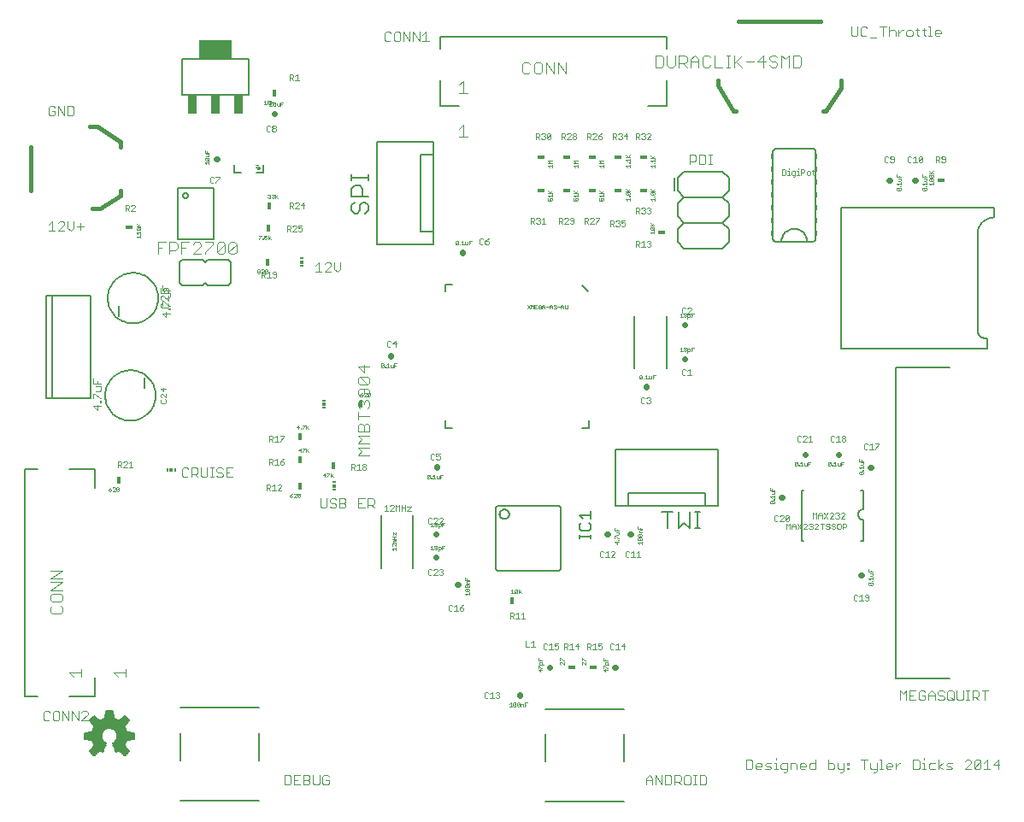
<source format=gto>
G75*
%MOIN*%
%OFA0B0*%
%FSLAX24Y24*%
%IPPOS*%
%LPD*%
%AMOC8*
5,1,8,0,0,1.08239X$1,22.5*
%
%ADD10C,0.0060*%
%ADD11C,0.0030*%
%ADD12C,0.0020*%
%ADD13C,0.0160*%
%ADD14C,0.0050*%
%ADD15C,0.0010*%
%ADD16C,0.0220*%
%ADD17R,0.1260X0.0730*%
%ADD18R,0.0340X0.0730*%
%ADD19C,0.0080*%
%ADD20R,0.0180X0.0300*%
%ADD21R,0.0300X0.0180*%
%ADD22C,0.0040*%
%ADD23R,0.0118X0.0059*%
%ADD24R,0.0118X0.0118*%
%ADD25R,0.0059X0.0118*%
%ADD26R,0.0050X0.0200*%
%ADD27C,0.0059*%
D10*
X023475Y012757D02*
X023552Y012680D01*
X025946Y012680D01*
X026022Y012757D01*
X026022Y015151D01*
X025946Y015227D01*
X023552Y015227D01*
X023475Y015151D01*
X023475Y012757D01*
X023629Y014887D02*
X023631Y014914D01*
X023637Y014940D01*
X023646Y014965D01*
X023659Y014988D01*
X023675Y015009D01*
X023694Y015028D01*
X023715Y015044D01*
X023738Y015057D01*
X023763Y015066D01*
X023789Y015072D01*
X023816Y015074D01*
X023843Y015072D01*
X023869Y015066D01*
X023894Y015057D01*
X023917Y015044D01*
X023938Y015028D01*
X023957Y015009D01*
X023973Y014988D01*
X023986Y014965D01*
X023995Y014940D01*
X024001Y014914D01*
X024003Y014887D01*
X024001Y014860D01*
X023995Y014834D01*
X023986Y014809D01*
X023973Y014786D01*
X023957Y014765D01*
X023938Y014746D01*
X023917Y014730D01*
X023894Y014717D01*
X023869Y014708D01*
X023843Y014702D01*
X023816Y014700D01*
X023789Y014702D01*
X023763Y014708D01*
X023738Y014717D01*
X023715Y014730D01*
X023694Y014746D01*
X023675Y014765D01*
X023659Y014786D01*
X023646Y014809D01*
X023637Y014834D01*
X023631Y014860D01*
X023629Y014887D01*
X029961Y014986D02*
X030388Y014986D01*
X030174Y014986D02*
X030174Y014346D01*
X030605Y014346D02*
X030605Y014986D01*
X031032Y014986D02*
X031032Y014346D01*
X030819Y014559D01*
X030605Y014346D01*
X031250Y014346D02*
X031463Y014346D01*
X031357Y014346D02*
X031357Y014986D01*
X031463Y014986D02*
X031250Y014986D01*
X034423Y025515D02*
X034618Y025515D01*
X035618Y025515D01*
X035813Y025515D01*
X035836Y025517D01*
X035859Y025522D01*
X035881Y025531D01*
X035901Y025544D01*
X035919Y025559D01*
X035934Y025577D01*
X035947Y025597D01*
X035956Y025619D01*
X035961Y025642D01*
X035963Y025665D01*
X035963Y029005D01*
X035961Y029028D01*
X035956Y029051D01*
X035947Y029073D01*
X035934Y029093D01*
X035919Y029111D01*
X035901Y029126D01*
X035881Y029139D01*
X035859Y029148D01*
X035836Y029153D01*
X035813Y029155D01*
X034423Y029155D01*
X034400Y029153D01*
X034377Y029148D01*
X034355Y029139D01*
X034335Y029126D01*
X034317Y029111D01*
X034302Y029093D01*
X034289Y029073D01*
X034280Y029051D01*
X034275Y029028D01*
X034273Y029005D01*
X034273Y025665D01*
X034275Y025642D01*
X034280Y025619D01*
X034289Y025597D01*
X034302Y025577D01*
X034317Y025559D01*
X034335Y025544D01*
X034355Y025531D01*
X034377Y025522D01*
X034400Y025517D01*
X034423Y025515D01*
X034618Y025515D02*
X034620Y025559D01*
X034626Y025602D01*
X034635Y025644D01*
X034648Y025686D01*
X034665Y025726D01*
X034685Y025765D01*
X034708Y025802D01*
X034735Y025836D01*
X034764Y025869D01*
X034797Y025898D01*
X034831Y025925D01*
X034868Y025948D01*
X034907Y025968D01*
X034947Y025985D01*
X034989Y025998D01*
X035031Y026007D01*
X035074Y026013D01*
X035118Y026015D01*
X035162Y026013D01*
X035205Y026007D01*
X035247Y025998D01*
X035289Y025985D01*
X035329Y025968D01*
X035368Y025948D01*
X035405Y025925D01*
X035439Y025898D01*
X035472Y025869D01*
X035501Y025836D01*
X035528Y025802D01*
X035551Y025765D01*
X035571Y025726D01*
X035588Y025686D01*
X035601Y025644D01*
X035610Y025602D01*
X035616Y025559D01*
X035618Y025515D01*
X018501Y026734D02*
X018394Y026627D01*
X018501Y026734D02*
X018501Y026947D01*
X018394Y027054D01*
X018287Y027054D01*
X018180Y026947D01*
X018180Y026734D01*
X018074Y026627D01*
X017967Y026627D01*
X017860Y026734D01*
X017860Y026947D01*
X017967Y027054D01*
X017860Y027271D02*
X017860Y027592D01*
X017967Y027698D01*
X018180Y027698D01*
X018287Y027592D01*
X018287Y027271D01*
X018501Y027271D02*
X017860Y027271D01*
X017860Y027916D02*
X017860Y028129D01*
X017860Y028023D02*
X018501Y028023D01*
X018501Y028129D02*
X018501Y027916D01*
X013841Y031241D02*
X011261Y031241D01*
X011261Y032641D01*
X013841Y032641D01*
X013841Y031241D01*
X013031Y024816D02*
X012231Y024816D01*
X012131Y024716D01*
X012031Y024816D01*
X011231Y024816D01*
X011131Y024716D01*
X011131Y023916D01*
X011231Y023816D01*
X012031Y023816D01*
X012131Y023916D01*
X012231Y023816D01*
X013031Y023816D01*
X013131Y023916D01*
X013131Y024716D01*
X013031Y024816D01*
D11*
X010766Y023612D02*
X010475Y023612D01*
X010475Y023805D01*
X010425Y023713D02*
X010425Y023520D01*
X010571Y023520D01*
X010522Y023617D01*
X010522Y023665D01*
X010571Y023713D01*
X010667Y023713D01*
X010716Y023665D01*
X010716Y023568D01*
X010667Y023520D01*
X010572Y023511D02*
X010766Y023511D01*
X010766Y023366D01*
X010717Y023317D01*
X010572Y023317D01*
X010524Y023216D02*
X010717Y023023D01*
X010766Y023023D01*
X010716Y022979D02*
X010716Y023076D01*
X010667Y023124D01*
X010716Y023225D02*
X010522Y023419D01*
X010474Y023419D01*
X010425Y023370D01*
X010425Y023274D01*
X010474Y023225D01*
X010475Y023216D02*
X010524Y023216D01*
X010475Y023216D02*
X010475Y023023D01*
X010425Y022979D02*
X010474Y022931D01*
X010667Y022931D01*
X010716Y022979D01*
X010717Y022924D02*
X010766Y022924D01*
X010766Y022875D01*
X010717Y022875D01*
X010717Y022924D01*
X010621Y022774D02*
X010621Y022581D01*
X010475Y022726D01*
X010766Y022726D01*
X010425Y022979D02*
X010425Y023076D01*
X010474Y023124D01*
X010716Y023225D02*
X010716Y023419D01*
X010621Y023612D02*
X010621Y023709D01*
X007398Y026116D02*
X007151Y026116D01*
X007029Y026054D02*
X007029Y026301D01*
X006782Y026301D02*
X006782Y026054D01*
X006906Y025931D01*
X007029Y026054D01*
X007274Y025992D02*
X007274Y026239D01*
X006661Y026239D02*
X006599Y026301D01*
X006476Y026301D01*
X006414Y026239D01*
X006661Y026239D02*
X006661Y026177D01*
X006414Y025931D01*
X006661Y025931D01*
X006293Y025931D02*
X006046Y025931D01*
X006169Y025931D02*
X006169Y026301D01*
X006046Y026177D01*
X006107Y030431D02*
X006231Y030431D01*
X006293Y030492D01*
X006293Y030616D01*
X006169Y030616D01*
X006046Y030739D02*
X006046Y030492D01*
X006107Y030431D01*
X006414Y030431D02*
X006414Y030801D01*
X006661Y030431D01*
X006661Y030801D01*
X006782Y030801D02*
X006967Y030801D01*
X007029Y030739D01*
X007029Y030492D01*
X006967Y030431D01*
X006782Y030431D01*
X006782Y030801D01*
X006293Y030739D02*
X006231Y030801D01*
X006107Y030801D01*
X006046Y030739D01*
X016446Y024577D02*
X016569Y024701D01*
X016569Y024331D01*
X016446Y024331D02*
X016693Y024331D01*
X016814Y024331D02*
X017061Y024577D01*
X017061Y024639D01*
X016999Y024701D01*
X016876Y024701D01*
X016814Y024639D01*
X016814Y024331D02*
X017061Y024331D01*
X017182Y024454D02*
X017306Y024331D01*
X017429Y024454D01*
X017429Y024701D01*
X017182Y024701D02*
X017182Y024454D01*
X008086Y019986D02*
X007795Y019986D01*
X007795Y020179D01*
X007941Y020083D02*
X007941Y019986D01*
X007892Y019885D02*
X008086Y019885D01*
X008086Y019740D01*
X008037Y019691D01*
X007892Y019691D01*
X007844Y019590D02*
X008037Y019397D01*
X008086Y019397D01*
X008086Y019298D02*
X008086Y019249D01*
X008037Y019249D01*
X008037Y019298D01*
X008086Y019298D01*
X008086Y019100D02*
X007795Y019100D01*
X007941Y018955D01*
X007941Y019148D01*
X007795Y019397D02*
X007795Y019590D01*
X007844Y019590D01*
X011246Y016639D02*
X011246Y016392D01*
X011307Y016331D01*
X011431Y016331D01*
X011493Y016392D01*
X011614Y016331D02*
X011614Y016701D01*
X011799Y016701D01*
X011861Y016639D01*
X011861Y016516D01*
X011799Y016454D01*
X011614Y016454D01*
X011737Y016454D02*
X011861Y016331D01*
X011982Y016392D02*
X012044Y016331D01*
X012167Y016331D01*
X012229Y016392D01*
X012229Y016701D01*
X012351Y016701D02*
X012474Y016701D01*
X012412Y016701D02*
X012412Y016331D01*
X012351Y016331D02*
X012474Y016331D01*
X012596Y016392D02*
X012658Y016331D01*
X012781Y016331D01*
X012843Y016392D01*
X012843Y016454D01*
X012781Y016516D01*
X012658Y016516D01*
X012596Y016577D01*
X012596Y016639D01*
X012658Y016701D01*
X012781Y016701D01*
X012843Y016639D01*
X012965Y016701D02*
X012965Y016331D01*
X013211Y016331D01*
X013088Y016516D02*
X012965Y016516D01*
X012965Y016701D02*
X013211Y016701D01*
X011982Y016701D02*
X011982Y016392D01*
X011493Y016639D02*
X011431Y016701D01*
X011307Y016701D01*
X011246Y016639D01*
X016646Y015501D02*
X016646Y015192D01*
X016707Y015131D01*
X016831Y015131D01*
X016893Y015192D01*
X016893Y015501D01*
X017014Y015439D02*
X017014Y015377D01*
X017076Y015316D01*
X017199Y015316D01*
X017261Y015254D01*
X017261Y015192D01*
X017199Y015131D01*
X017076Y015131D01*
X017014Y015192D01*
X017014Y015439D02*
X017076Y015501D01*
X017199Y015501D01*
X017261Y015439D01*
X017382Y015501D02*
X017567Y015501D01*
X017629Y015439D01*
X017629Y015377D01*
X017567Y015316D01*
X017382Y015316D01*
X017382Y015131D02*
X017382Y015501D01*
X017567Y015316D02*
X017629Y015254D01*
X017629Y015192D01*
X017567Y015131D01*
X017382Y015131D01*
X018119Y015131D02*
X018366Y015131D01*
X018487Y015131D02*
X018487Y015501D01*
X018672Y015501D01*
X018734Y015439D01*
X018734Y015316D01*
X018672Y015254D01*
X018487Y015254D01*
X018611Y015254D02*
X018734Y015131D01*
X018366Y015501D02*
X018119Y015501D01*
X018119Y015131D01*
X018119Y015316D02*
X018242Y015316D01*
X007566Y007139D02*
X007566Y007077D01*
X007319Y006831D01*
X007566Y006831D01*
X007566Y007139D02*
X007504Y007201D01*
X007381Y007201D01*
X007319Y007139D01*
X007198Y007201D02*
X007198Y006831D01*
X006951Y007201D01*
X006951Y006831D01*
X006829Y006831D02*
X006829Y007201D01*
X006582Y007201D02*
X006582Y006831D01*
X006461Y006892D02*
X006461Y007139D01*
X006399Y007201D01*
X006276Y007201D01*
X006214Y007139D01*
X006214Y006892D01*
X006276Y006831D01*
X006399Y006831D01*
X006461Y006892D01*
X006582Y007201D02*
X006829Y006831D01*
X006093Y006892D02*
X006031Y006831D01*
X005907Y006831D01*
X005846Y006892D01*
X005846Y007139D01*
X005907Y007201D01*
X006031Y007201D01*
X006093Y007139D01*
X015246Y004701D02*
X015246Y004331D01*
X015431Y004331D01*
X015493Y004392D01*
X015493Y004639D01*
X015431Y004701D01*
X015246Y004701D01*
X015614Y004701D02*
X015614Y004331D01*
X015861Y004331D01*
X015982Y004331D02*
X016167Y004331D01*
X016229Y004392D01*
X016229Y004454D01*
X016167Y004516D01*
X015982Y004516D01*
X015982Y004701D02*
X016167Y004701D01*
X016229Y004639D01*
X016229Y004577D01*
X016167Y004516D01*
X016351Y004392D02*
X016351Y004701D01*
X016598Y004701D02*
X016598Y004392D01*
X016536Y004331D01*
X016412Y004331D01*
X016351Y004392D01*
X016719Y004392D02*
X016719Y004639D01*
X016781Y004701D01*
X016904Y004701D01*
X016966Y004639D01*
X016966Y004516D02*
X016842Y004516D01*
X016966Y004516D02*
X016966Y004392D01*
X016904Y004331D01*
X016781Y004331D01*
X016719Y004392D01*
X015982Y004331D02*
X015982Y004701D01*
X015861Y004701D02*
X015614Y004701D01*
X015614Y004516D02*
X015737Y004516D01*
X029346Y004516D02*
X029593Y004516D01*
X029593Y004577D02*
X029593Y004331D01*
X029714Y004331D02*
X029714Y004701D01*
X029961Y004331D01*
X029961Y004701D01*
X030082Y004701D02*
X030267Y004701D01*
X030329Y004639D01*
X030329Y004392D01*
X030267Y004331D01*
X030082Y004331D01*
X030082Y004701D01*
X030451Y004701D02*
X030451Y004331D01*
X030451Y004454D02*
X030636Y004454D01*
X030698Y004516D01*
X030698Y004639D01*
X030636Y004701D01*
X030451Y004701D01*
X030574Y004454D02*
X030698Y004331D01*
X030819Y004392D02*
X030819Y004639D01*
X030881Y004701D01*
X031004Y004701D01*
X031066Y004639D01*
X031066Y004392D01*
X031004Y004331D01*
X030881Y004331D01*
X030819Y004392D01*
X031187Y004331D02*
X031311Y004331D01*
X031249Y004331D02*
X031249Y004701D01*
X031187Y004701D02*
X031311Y004701D01*
X031433Y004701D02*
X031618Y004701D01*
X031680Y004639D01*
X031680Y004392D01*
X031618Y004331D01*
X031433Y004331D01*
X031433Y004701D01*
X033246Y004931D02*
X033431Y004931D01*
X033493Y004992D01*
X033493Y005239D01*
X033431Y005301D01*
X033246Y005301D01*
X033246Y004931D01*
X033614Y004992D02*
X033614Y005116D01*
X033676Y005177D01*
X033799Y005177D01*
X033861Y005116D01*
X033861Y005054D01*
X033614Y005054D01*
X033614Y004992D02*
X033676Y004931D01*
X033799Y004931D01*
X033982Y004931D02*
X034167Y004931D01*
X034229Y004992D01*
X034167Y005054D01*
X034044Y005054D01*
X033982Y005116D01*
X034044Y005177D01*
X034229Y005177D01*
X034351Y005177D02*
X034412Y005177D01*
X034412Y004931D01*
X034351Y004931D02*
X034474Y004931D01*
X034596Y004992D02*
X034658Y004931D01*
X034843Y004931D01*
X034843Y004869D02*
X034843Y005177D01*
X034658Y005177D01*
X034596Y005116D01*
X034596Y004992D01*
X034720Y004807D02*
X034781Y004807D01*
X034843Y004869D01*
X034965Y004931D02*
X034965Y005177D01*
X035150Y005177D01*
X035211Y005116D01*
X035211Y004931D01*
X035333Y004992D02*
X035333Y005116D01*
X035395Y005177D01*
X035518Y005177D01*
X035580Y005116D01*
X035580Y005054D01*
X035333Y005054D01*
X035333Y004992D02*
X035395Y004931D01*
X035518Y004931D01*
X035701Y004992D02*
X035701Y005116D01*
X035763Y005177D01*
X035948Y005177D01*
X035948Y005301D02*
X035948Y004931D01*
X035763Y004931D01*
X035701Y004992D01*
X036438Y004931D02*
X036438Y005301D01*
X036438Y005177D02*
X036623Y005177D01*
X036685Y005116D01*
X036685Y004992D01*
X036623Y004931D01*
X036438Y004931D01*
X036806Y004992D02*
X036868Y004931D01*
X037053Y004931D01*
X037053Y004869D02*
X037053Y005177D01*
X037174Y005177D02*
X037174Y005116D01*
X037236Y005116D01*
X037236Y005177D01*
X037174Y005177D01*
X037174Y004992D02*
X037174Y004931D01*
X037236Y004931D01*
X037236Y004992D01*
X037174Y004992D01*
X037053Y004869D02*
X036991Y004807D01*
X036930Y004807D01*
X036806Y004992D02*
X036806Y005177D01*
X037727Y005301D02*
X037974Y005301D01*
X037850Y005301D02*
X037850Y004931D01*
X038095Y004992D02*
X038157Y004931D01*
X038342Y004931D01*
X038342Y004869D02*
X038342Y005177D01*
X038463Y005301D02*
X038525Y005301D01*
X038525Y004931D01*
X038463Y004931D02*
X038587Y004931D01*
X038709Y004992D02*
X038709Y005116D01*
X038771Y005177D01*
X038894Y005177D01*
X038956Y005116D01*
X038956Y005054D01*
X038709Y005054D01*
X038709Y004992D02*
X038771Y004931D01*
X038894Y004931D01*
X039077Y004931D02*
X039077Y005177D01*
X039077Y005054D02*
X039201Y005177D01*
X039263Y005177D01*
X039753Y005301D02*
X039938Y005301D01*
X039999Y005239D01*
X039999Y004992D01*
X039938Y004931D01*
X039753Y004931D01*
X039753Y005301D01*
X040121Y005177D02*
X040183Y005177D01*
X040183Y004931D01*
X040244Y004931D02*
X040121Y004931D01*
X040366Y004992D02*
X040428Y004931D01*
X040613Y004931D01*
X040735Y004931D02*
X040735Y005301D01*
X040613Y005177D02*
X040428Y005177D01*
X040366Y005116D01*
X040366Y004992D01*
X040183Y005301D02*
X040183Y005363D01*
X040735Y005054D02*
X040920Y005177D01*
X041042Y005116D02*
X041103Y005177D01*
X041289Y005177D01*
X041227Y005054D02*
X041103Y005054D01*
X041042Y005116D01*
X041042Y004931D02*
X041227Y004931D01*
X041289Y004992D01*
X041227Y005054D01*
X040920Y004931D02*
X040735Y005054D01*
X041778Y004931D02*
X042025Y005177D01*
X042025Y005239D01*
X041963Y005301D01*
X041840Y005301D01*
X041778Y005239D01*
X041778Y004931D02*
X042025Y004931D01*
X042147Y004992D02*
X042394Y005239D01*
X042394Y004992D01*
X042332Y004931D01*
X042208Y004931D01*
X042147Y004992D01*
X042147Y005239D01*
X042208Y005301D01*
X042332Y005301D01*
X042394Y005239D01*
X042515Y005177D02*
X042638Y005301D01*
X042638Y004931D01*
X042515Y004931D02*
X042762Y004931D01*
X042883Y005116D02*
X043130Y005116D01*
X043068Y004931D02*
X043068Y005301D01*
X042883Y005116D01*
X042561Y007631D02*
X042561Y008001D01*
X042438Y008001D02*
X042685Y008001D01*
X042316Y007939D02*
X042316Y007816D01*
X042255Y007754D01*
X042069Y007754D01*
X042069Y007631D02*
X042069Y008001D01*
X042255Y008001D01*
X042316Y007939D01*
X042193Y007754D02*
X042316Y007631D01*
X041947Y007631D02*
X041824Y007631D01*
X041886Y007631D02*
X041886Y008001D01*
X041947Y008001D02*
X041824Y008001D01*
X041702Y008001D02*
X041702Y007692D01*
X041641Y007631D01*
X041517Y007631D01*
X041456Y007692D01*
X041456Y008001D01*
X041334Y007939D02*
X041334Y007692D01*
X041272Y007631D01*
X041149Y007631D01*
X041087Y007692D01*
X041087Y007939D01*
X041149Y008001D01*
X041272Y008001D01*
X041334Y007939D01*
X041211Y007754D02*
X041334Y007631D01*
X040966Y007692D02*
X040904Y007631D01*
X040781Y007631D01*
X040719Y007692D01*
X040598Y007631D02*
X040598Y007877D01*
X040474Y008001D01*
X040351Y007877D01*
X040351Y007631D01*
X040229Y007692D02*
X040229Y007816D01*
X040106Y007816D01*
X040229Y007939D02*
X040167Y008001D01*
X040044Y008001D01*
X039982Y007939D01*
X039982Y007692D01*
X040044Y007631D01*
X040167Y007631D01*
X040229Y007692D01*
X040351Y007816D02*
X040598Y007816D01*
X040719Y007877D02*
X040781Y007816D01*
X040904Y007816D01*
X040966Y007754D01*
X040966Y007692D01*
X040966Y007939D02*
X040904Y008001D01*
X040781Y008001D01*
X040719Y007939D01*
X040719Y007877D01*
X039861Y008001D02*
X039614Y008001D01*
X039614Y007631D01*
X039861Y007631D01*
X039737Y007816D02*
X039614Y007816D01*
X039493Y008001D02*
X039493Y007631D01*
X039246Y007631D02*
X039246Y008001D01*
X039369Y007877D01*
X039493Y008001D01*
X038095Y005177D02*
X038095Y004992D01*
X038219Y004807D02*
X038280Y004807D01*
X038342Y004869D01*
X034412Y005301D02*
X034412Y005363D01*
X029593Y004577D02*
X029469Y004701D01*
X029346Y004577D01*
X029346Y004331D01*
X031046Y028531D02*
X031046Y028901D01*
X031231Y028901D01*
X031293Y028839D01*
X031293Y028716D01*
X031231Y028654D01*
X031046Y028654D01*
X031414Y028531D02*
X031414Y028901D01*
X031599Y028901D01*
X031661Y028839D01*
X031661Y028592D01*
X031599Y028531D01*
X031414Y028531D01*
X031782Y028531D02*
X031906Y028531D01*
X031844Y028531D02*
X031844Y028901D01*
X031782Y028901D02*
X031906Y028901D01*
X037346Y033592D02*
X037407Y033531D01*
X037531Y033531D01*
X037593Y033592D01*
X037593Y033901D01*
X037714Y033839D02*
X037714Y033592D01*
X037776Y033531D01*
X037899Y033531D01*
X037961Y033592D01*
X038082Y033469D02*
X038329Y033469D01*
X038574Y033531D02*
X038574Y033901D01*
X038451Y033901D02*
X038698Y033901D01*
X038819Y033901D02*
X038819Y033531D01*
X038819Y033716D02*
X038881Y033777D01*
X039004Y033777D01*
X039066Y033716D01*
X039066Y033531D01*
X039187Y033531D02*
X039187Y033777D01*
X039187Y033654D02*
X039311Y033777D01*
X039372Y033777D01*
X039494Y033716D02*
X039494Y033592D01*
X039556Y033531D01*
X039679Y033531D01*
X039741Y033592D01*
X039741Y033716D01*
X039679Y033777D01*
X039556Y033777D01*
X039494Y033716D01*
X039863Y033777D02*
X039986Y033777D01*
X039924Y033839D02*
X039924Y033592D01*
X039986Y033531D01*
X040170Y033592D02*
X040170Y033839D01*
X040108Y033777D02*
X040232Y033777D01*
X040354Y033901D02*
X040415Y033901D01*
X040415Y033531D01*
X040354Y033531D02*
X040477Y033531D01*
X040599Y033592D02*
X040599Y033716D01*
X040661Y033777D01*
X040784Y033777D01*
X040846Y033716D01*
X040846Y033654D01*
X040599Y033654D01*
X040599Y033592D02*
X040661Y033531D01*
X040784Y033531D01*
X040232Y033531D02*
X040170Y033592D01*
X037961Y033839D02*
X037899Y033901D01*
X037776Y033901D01*
X037714Y033839D01*
X037346Y033901D02*
X037346Y033592D01*
X020866Y033331D02*
X020619Y033331D01*
X020498Y033331D02*
X020498Y033701D01*
X020619Y033577D02*
X020742Y033701D01*
X020742Y033331D01*
X020498Y033331D02*
X020251Y033701D01*
X020251Y033331D01*
X020129Y033331D02*
X020129Y033701D01*
X019882Y033701D02*
X019882Y033331D01*
X019761Y033392D02*
X019699Y033331D01*
X019576Y033331D01*
X019514Y033392D01*
X019514Y033639D01*
X019576Y033701D01*
X019699Y033701D01*
X019761Y033639D01*
X019761Y033392D01*
X019882Y033701D02*
X020129Y033331D01*
X019393Y033392D02*
X019331Y033331D01*
X019207Y033331D01*
X019146Y033392D01*
X019146Y033639D01*
X019207Y033701D01*
X019331Y033701D01*
X019393Y033639D01*
D12*
X015735Y032046D02*
X015735Y031826D01*
X015662Y031826D02*
X015808Y031826D01*
X015662Y031972D02*
X015735Y032046D01*
X015588Y032009D02*
X015588Y031936D01*
X015551Y031899D01*
X015441Y031899D01*
X015514Y031899D02*
X015588Y031826D01*
X015441Y031826D02*
X015441Y032046D01*
X015551Y032046D01*
X015588Y032009D01*
X014872Y030046D02*
X014908Y030009D01*
X014908Y029972D01*
X014872Y029936D01*
X014798Y029936D01*
X014762Y029972D01*
X014762Y030009D01*
X014798Y030046D01*
X014872Y030046D01*
X014872Y029936D02*
X014908Y029899D01*
X014908Y029862D01*
X014872Y029826D01*
X014798Y029826D01*
X014762Y029862D01*
X014762Y029899D01*
X014798Y029936D01*
X014688Y030009D02*
X014651Y030046D01*
X014577Y030046D01*
X014541Y030009D01*
X014541Y029862D01*
X014577Y029826D01*
X014651Y029826D01*
X014688Y029862D01*
X012708Y028046D02*
X012562Y028046D01*
X012488Y028009D02*
X012451Y028046D01*
X012377Y028046D01*
X012341Y028009D01*
X012341Y027862D01*
X012377Y027826D01*
X012451Y027826D01*
X012488Y027862D01*
X012562Y027862D02*
X012562Y027826D01*
X012562Y027862D02*
X012708Y028009D01*
X012708Y028046D01*
X015441Y027046D02*
X015441Y026826D01*
X015441Y026899D02*
X015551Y026899D01*
X015588Y026936D01*
X015588Y027009D01*
X015551Y027046D01*
X015441Y027046D01*
X015514Y026899D02*
X015588Y026826D01*
X015662Y026826D02*
X015808Y026972D01*
X015808Y027009D01*
X015772Y027046D01*
X015698Y027046D01*
X015662Y027009D01*
X015662Y026826D02*
X015808Y026826D01*
X015883Y026936D02*
X016029Y026936D01*
X015993Y027046D02*
X015883Y026936D01*
X015993Y026826D02*
X015993Y027046D01*
X015929Y026146D02*
X015783Y026146D01*
X015783Y026036D01*
X015856Y026072D01*
X015893Y026072D01*
X015929Y026036D01*
X015929Y025962D01*
X015893Y025926D01*
X015819Y025926D01*
X015783Y025962D01*
X015708Y025926D02*
X015562Y025926D01*
X015708Y026072D01*
X015708Y026109D01*
X015672Y026146D01*
X015598Y026146D01*
X015562Y026109D01*
X015488Y026109D02*
X015488Y026036D01*
X015451Y025999D01*
X015341Y025999D01*
X015414Y025999D02*
X015488Y025926D01*
X015341Y025926D02*
X015341Y026146D01*
X015451Y026146D01*
X015488Y026109D01*
X014893Y024346D02*
X014819Y024346D01*
X014783Y024309D01*
X014783Y024272D01*
X014819Y024236D01*
X014929Y024236D01*
X014929Y024309D02*
X014893Y024346D01*
X014929Y024309D02*
X014929Y024162D01*
X014893Y024126D01*
X014819Y024126D01*
X014783Y024162D01*
X014708Y024126D02*
X014562Y024126D01*
X014635Y024126D02*
X014635Y024346D01*
X014562Y024272D01*
X014488Y024236D02*
X014451Y024199D01*
X014341Y024199D01*
X014414Y024199D02*
X014488Y024126D01*
X014488Y024236D02*
X014488Y024309D01*
X014451Y024346D01*
X014341Y024346D01*
X014341Y024126D01*
X019241Y021609D02*
X019241Y021462D01*
X019277Y021426D01*
X019351Y021426D01*
X019388Y021462D01*
X019462Y021536D02*
X019608Y021536D01*
X019572Y021646D02*
X019462Y021536D01*
X019388Y021609D02*
X019351Y021646D01*
X019277Y021646D01*
X019241Y021609D01*
X019572Y021646D02*
X019572Y021426D01*
X022877Y025426D02*
X022951Y025426D01*
X022988Y025462D01*
X023062Y025462D02*
X023098Y025426D01*
X023172Y025426D01*
X023208Y025462D01*
X023208Y025499D01*
X023172Y025536D01*
X023062Y025536D01*
X023062Y025462D01*
X023062Y025536D02*
X023135Y025609D01*
X023208Y025646D01*
X022988Y025609D02*
X022951Y025646D01*
X022877Y025646D01*
X022841Y025609D01*
X022841Y025462D01*
X022877Y025426D01*
X024841Y026226D02*
X024841Y026446D01*
X024951Y026446D01*
X024988Y026409D01*
X024988Y026336D01*
X024951Y026299D01*
X024841Y026299D01*
X024914Y026299D02*
X024988Y026226D01*
X025062Y026262D02*
X025098Y026226D01*
X025172Y026226D01*
X025208Y026262D01*
X025208Y026299D01*
X025172Y026336D01*
X025135Y026336D01*
X025172Y026336D02*
X025208Y026372D01*
X025208Y026409D01*
X025172Y026446D01*
X025098Y026446D01*
X025062Y026409D01*
X025283Y026372D02*
X025356Y026446D01*
X025356Y026226D01*
X025283Y026226D02*
X025429Y026226D01*
X025941Y026226D02*
X025941Y026446D01*
X026051Y026446D01*
X026088Y026409D01*
X026088Y026336D01*
X026051Y026299D01*
X025941Y026299D01*
X026014Y026299D02*
X026088Y026226D01*
X026162Y026226D02*
X026308Y026372D01*
X026308Y026409D01*
X026272Y026446D01*
X026198Y026446D01*
X026162Y026409D01*
X026162Y026226D02*
X026308Y026226D01*
X026383Y026262D02*
X026419Y026226D01*
X026493Y026226D01*
X026529Y026262D01*
X026529Y026409D01*
X026493Y026446D01*
X026419Y026446D01*
X026383Y026409D01*
X026383Y026372D01*
X026419Y026336D01*
X026529Y026336D01*
X026941Y026299D02*
X027051Y026299D01*
X027088Y026336D01*
X027088Y026409D01*
X027051Y026446D01*
X026941Y026446D01*
X026941Y026226D01*
X027014Y026299D02*
X027088Y026226D01*
X027162Y026226D02*
X027308Y026372D01*
X027308Y026409D01*
X027272Y026446D01*
X027198Y026446D01*
X027162Y026409D01*
X027162Y026226D02*
X027308Y026226D01*
X027383Y026226D02*
X027383Y026262D01*
X027529Y026409D01*
X027529Y026446D01*
X027383Y026446D01*
X027941Y026346D02*
X027941Y026126D01*
X027941Y026199D02*
X028051Y026199D01*
X028088Y026236D01*
X028088Y026309D01*
X028051Y026346D01*
X027941Y026346D01*
X028014Y026199D02*
X028088Y026126D01*
X028162Y026162D02*
X028198Y026126D01*
X028272Y026126D01*
X028308Y026162D01*
X028308Y026199D01*
X028272Y026236D01*
X028235Y026236D01*
X028272Y026236D02*
X028308Y026272D01*
X028308Y026309D01*
X028272Y026346D01*
X028198Y026346D01*
X028162Y026309D01*
X028383Y026346D02*
X028383Y026236D01*
X028456Y026272D01*
X028493Y026272D01*
X028529Y026236D01*
X028529Y026162D01*
X028493Y026126D01*
X028419Y026126D01*
X028383Y026162D01*
X028383Y026346D02*
X028529Y026346D01*
X028941Y026626D02*
X028941Y026846D01*
X029051Y026846D01*
X029088Y026809D01*
X029088Y026736D01*
X029051Y026699D01*
X028941Y026699D01*
X029014Y026699D02*
X029088Y026626D01*
X029162Y026662D02*
X029198Y026626D01*
X029272Y026626D01*
X029308Y026662D01*
X029308Y026699D01*
X029272Y026736D01*
X029235Y026736D01*
X029272Y026736D02*
X029308Y026772D01*
X029308Y026809D01*
X029272Y026846D01*
X029198Y026846D01*
X029162Y026809D01*
X029383Y026809D02*
X029419Y026846D01*
X029493Y026846D01*
X029529Y026809D01*
X029529Y026772D01*
X029493Y026736D01*
X029529Y026699D01*
X029529Y026662D01*
X029493Y026626D01*
X029419Y026626D01*
X029383Y026662D01*
X029456Y026736D02*
X029493Y026736D01*
X029493Y025546D02*
X029529Y025509D01*
X029529Y025472D01*
X029493Y025436D01*
X029529Y025399D01*
X029529Y025362D01*
X029493Y025326D01*
X029419Y025326D01*
X029383Y025362D01*
X029308Y025326D02*
X029162Y025326D01*
X029235Y025326D02*
X029235Y025546D01*
X029162Y025472D01*
X029088Y025436D02*
X029051Y025399D01*
X028941Y025399D01*
X029014Y025399D02*
X029088Y025326D01*
X029088Y025436D02*
X029088Y025509D01*
X029051Y025546D01*
X028941Y025546D01*
X028941Y025326D01*
X029383Y025509D02*
X029419Y025546D01*
X029493Y025546D01*
X029493Y025436D02*
X029456Y025436D01*
X030777Y022946D02*
X030741Y022909D01*
X030741Y022762D01*
X030777Y022726D01*
X030851Y022726D01*
X030888Y022762D01*
X030962Y022726D02*
X031108Y022872D01*
X031108Y022909D01*
X031072Y022946D01*
X030998Y022946D01*
X030962Y022909D01*
X030888Y022909D02*
X030851Y022946D01*
X030777Y022946D01*
X030962Y022726D02*
X031108Y022726D01*
X031035Y020546D02*
X031035Y020326D01*
X030962Y020326D02*
X031108Y020326D01*
X030962Y020472D02*
X031035Y020546D01*
X030888Y020509D02*
X030851Y020546D01*
X030777Y020546D01*
X030741Y020509D01*
X030741Y020362D01*
X030777Y020326D01*
X030851Y020326D01*
X030888Y020362D01*
X029508Y019409D02*
X029508Y019372D01*
X029472Y019336D01*
X029508Y019299D01*
X029508Y019262D01*
X029472Y019226D01*
X029398Y019226D01*
X029362Y019262D01*
X029288Y019262D02*
X029251Y019226D01*
X029177Y019226D01*
X029141Y019262D01*
X029141Y019409D01*
X029177Y019446D01*
X029251Y019446D01*
X029288Y019409D01*
X029362Y019409D02*
X029398Y019446D01*
X029472Y019446D01*
X029508Y019409D01*
X029472Y019336D02*
X029435Y019336D01*
X035241Y017909D02*
X035241Y017762D01*
X035277Y017726D01*
X035351Y017726D01*
X035388Y017762D01*
X035462Y017726D02*
X035608Y017872D01*
X035608Y017909D01*
X035572Y017946D01*
X035498Y017946D01*
X035462Y017909D01*
X035388Y017909D02*
X035351Y017946D01*
X035277Y017946D01*
X035241Y017909D01*
X035462Y017726D02*
X035608Y017726D01*
X035683Y017726D02*
X035829Y017726D01*
X035756Y017726D02*
X035756Y017946D01*
X035683Y017872D01*
X036541Y017909D02*
X036541Y017762D01*
X036577Y017726D01*
X036651Y017726D01*
X036688Y017762D01*
X036762Y017726D02*
X036908Y017726D01*
X036835Y017726D02*
X036835Y017946D01*
X036762Y017872D01*
X036688Y017909D02*
X036651Y017946D01*
X036577Y017946D01*
X036541Y017909D01*
X036983Y017909D02*
X036983Y017872D01*
X037019Y017836D01*
X037093Y017836D01*
X037129Y017799D01*
X037129Y017762D01*
X037093Y017726D01*
X037019Y017726D01*
X036983Y017762D01*
X036983Y017799D01*
X037019Y017836D01*
X037093Y017836D02*
X037129Y017872D01*
X037129Y017909D01*
X037093Y017946D01*
X037019Y017946D01*
X036983Y017909D01*
X037841Y017609D02*
X037841Y017462D01*
X037877Y017426D01*
X037951Y017426D01*
X037988Y017462D01*
X038062Y017426D02*
X038208Y017426D01*
X038135Y017426D02*
X038135Y017646D01*
X038062Y017572D01*
X037988Y017609D02*
X037951Y017646D01*
X037877Y017646D01*
X037841Y017609D01*
X038283Y017646D02*
X038429Y017646D01*
X038429Y017609D01*
X038283Y017462D01*
X038283Y017426D01*
X037056Y014946D02*
X036982Y014946D01*
X036946Y014909D01*
X036871Y014909D02*
X036871Y014872D01*
X036835Y014836D01*
X036871Y014799D01*
X036871Y014762D01*
X036835Y014726D01*
X036761Y014726D01*
X036725Y014762D01*
X036650Y014726D02*
X036504Y014726D01*
X036650Y014872D01*
X036650Y014909D01*
X036614Y014946D01*
X036540Y014946D01*
X036504Y014909D01*
X036429Y014946D02*
X036283Y014726D01*
X036208Y014726D02*
X036208Y014872D01*
X036135Y014946D01*
X036062Y014872D01*
X036062Y014726D01*
X035988Y014726D02*
X035988Y014946D01*
X035914Y014872D01*
X035841Y014946D01*
X035841Y014726D01*
X035800Y014516D02*
X035836Y014479D01*
X035836Y014443D01*
X035800Y014406D01*
X035836Y014369D01*
X035836Y014333D01*
X035800Y014296D01*
X035726Y014296D01*
X035689Y014333D01*
X035615Y014296D02*
X035468Y014296D01*
X035615Y014443D01*
X035615Y014479D01*
X035579Y014516D01*
X035505Y014516D01*
X035468Y014479D01*
X035394Y014516D02*
X035247Y014296D01*
X035173Y014296D02*
X035173Y014443D01*
X035100Y014516D01*
X035026Y014443D01*
X035026Y014296D01*
X034952Y014296D02*
X034952Y014516D01*
X034879Y014443D01*
X034806Y014516D01*
X034806Y014296D01*
X035026Y014406D02*
X035173Y014406D01*
X035247Y014516D02*
X035394Y014296D01*
X035689Y014479D02*
X035726Y014516D01*
X035800Y014516D01*
X035800Y014406D02*
X035763Y014406D01*
X035910Y014479D02*
X035947Y014516D01*
X036021Y014516D01*
X036057Y014479D01*
X036057Y014443D01*
X035910Y014296D01*
X036057Y014296D01*
X036205Y014296D02*
X036205Y014516D01*
X036278Y014516D02*
X036131Y014516D01*
X036352Y014479D02*
X036352Y014443D01*
X036389Y014406D01*
X036463Y014406D01*
X036499Y014369D01*
X036499Y014333D01*
X036463Y014296D01*
X036389Y014296D01*
X036352Y014333D01*
X036352Y014479D02*
X036389Y014516D01*
X036463Y014516D01*
X036499Y014479D01*
X036573Y014479D02*
X036573Y014443D01*
X036610Y014406D01*
X036683Y014406D01*
X036720Y014369D01*
X036720Y014333D01*
X036683Y014296D01*
X036610Y014296D01*
X036573Y014333D01*
X036573Y014479D02*
X036610Y014516D01*
X036683Y014516D01*
X036720Y014479D01*
X036794Y014479D02*
X036794Y014333D01*
X036831Y014296D01*
X036904Y014296D01*
X036941Y014333D01*
X036941Y014479D01*
X036904Y014516D01*
X036831Y014516D01*
X036794Y014479D01*
X037015Y014516D02*
X037125Y014516D01*
X037162Y014479D01*
X037162Y014406D01*
X037125Y014369D01*
X037015Y014369D01*
X037015Y014296D02*
X037015Y014516D01*
X036946Y014726D02*
X037092Y014872D01*
X037092Y014909D01*
X037056Y014946D01*
X036871Y014909D02*
X036835Y014946D01*
X036761Y014946D01*
X036725Y014909D01*
X036798Y014836D02*
X036835Y014836D01*
X036946Y014726D02*
X037092Y014726D01*
X036429Y014726D02*
X036283Y014946D01*
X036208Y014836D02*
X036062Y014836D01*
X034929Y014809D02*
X034783Y014662D01*
X034819Y014626D01*
X034893Y014626D01*
X034929Y014662D01*
X034929Y014809D01*
X034893Y014846D01*
X034819Y014846D01*
X034783Y014809D01*
X034783Y014662D01*
X034708Y014626D02*
X034562Y014626D01*
X034708Y014772D01*
X034708Y014809D01*
X034672Y014846D01*
X034598Y014846D01*
X034562Y014809D01*
X034488Y014809D02*
X034451Y014846D01*
X034377Y014846D01*
X034341Y014809D01*
X034341Y014662D01*
X034377Y014626D01*
X034451Y014626D01*
X034488Y014662D01*
X037441Y011709D02*
X037441Y011562D01*
X037477Y011526D01*
X037551Y011526D01*
X037588Y011562D01*
X037662Y011526D02*
X037808Y011526D01*
X037735Y011526D02*
X037735Y011746D01*
X037662Y011672D01*
X037588Y011709D02*
X037551Y011746D01*
X037477Y011746D01*
X037441Y011709D01*
X037883Y011709D02*
X037883Y011672D01*
X037919Y011636D01*
X038029Y011636D01*
X038029Y011709D02*
X037993Y011746D01*
X037919Y011746D01*
X037883Y011709D01*
X038029Y011709D02*
X038029Y011562D01*
X037993Y011526D01*
X037919Y011526D01*
X037883Y011562D01*
X029129Y013226D02*
X028983Y013226D01*
X029056Y013226D02*
X029056Y013446D01*
X028983Y013372D01*
X028908Y013226D02*
X028762Y013226D01*
X028835Y013226D02*
X028835Y013446D01*
X028762Y013372D01*
X028688Y013409D02*
X028651Y013446D01*
X028577Y013446D01*
X028541Y013409D01*
X028541Y013262D01*
X028577Y013226D01*
X028651Y013226D01*
X028688Y013262D01*
X028129Y013226D02*
X027983Y013226D01*
X028129Y013372D01*
X028129Y013409D01*
X028093Y013446D01*
X028019Y013446D01*
X027983Y013409D01*
X027835Y013446D02*
X027835Y013226D01*
X027762Y013226D02*
X027908Y013226D01*
X027762Y013372D02*
X027835Y013446D01*
X027688Y013409D02*
X027651Y013446D01*
X027577Y013446D01*
X027541Y013409D01*
X027541Y013262D01*
X027577Y013226D01*
X027651Y013226D01*
X027688Y013262D01*
X024556Y011046D02*
X024556Y010826D01*
X024483Y010826D02*
X024629Y010826D01*
X024483Y010972D02*
X024556Y011046D01*
X024335Y011046D02*
X024335Y010826D01*
X024262Y010826D02*
X024408Y010826D01*
X024262Y010972D02*
X024335Y011046D01*
X024188Y011009D02*
X024188Y010936D01*
X024151Y010899D01*
X024041Y010899D01*
X024114Y010899D02*
X024188Y010826D01*
X024041Y010826D02*
X024041Y011046D01*
X024151Y011046D01*
X024188Y011009D01*
X024641Y009946D02*
X024641Y009726D01*
X024788Y009726D01*
X024862Y009726D02*
X025008Y009726D01*
X024935Y009726D02*
X024935Y009946D01*
X024862Y009872D01*
X025341Y009809D02*
X025341Y009662D01*
X025377Y009626D01*
X025451Y009626D01*
X025488Y009662D01*
X025562Y009626D02*
X025708Y009626D01*
X025635Y009626D02*
X025635Y009846D01*
X025562Y009772D01*
X025488Y009809D02*
X025451Y009846D01*
X025377Y009846D01*
X025341Y009809D01*
X025783Y009846D02*
X025783Y009736D01*
X025856Y009772D01*
X025893Y009772D01*
X025929Y009736D01*
X025929Y009662D01*
X025893Y009626D01*
X025819Y009626D01*
X025783Y009662D01*
X025783Y009846D02*
X025929Y009846D01*
X026141Y009846D02*
X026251Y009846D01*
X026288Y009809D01*
X026288Y009736D01*
X026251Y009699D01*
X026141Y009699D01*
X026214Y009699D02*
X026288Y009626D01*
X026362Y009626D02*
X026508Y009626D01*
X026435Y009626D02*
X026435Y009846D01*
X026362Y009772D01*
X026583Y009736D02*
X026693Y009846D01*
X026693Y009626D01*
X026729Y009736D02*
X026583Y009736D01*
X026141Y009626D02*
X026141Y009846D01*
X027041Y009846D02*
X027041Y009626D01*
X027041Y009699D02*
X027151Y009699D01*
X027188Y009736D01*
X027188Y009809D01*
X027151Y009846D01*
X027041Y009846D01*
X027114Y009699D02*
X027188Y009626D01*
X027262Y009626D02*
X027408Y009626D01*
X027335Y009626D02*
X027335Y009846D01*
X027262Y009772D01*
X027483Y009736D02*
X027556Y009772D01*
X027593Y009772D01*
X027629Y009736D01*
X027629Y009662D01*
X027593Y009626D01*
X027519Y009626D01*
X027483Y009662D01*
X027483Y009736D02*
X027483Y009846D01*
X027629Y009846D01*
X027941Y009809D02*
X027941Y009662D01*
X027977Y009626D01*
X028051Y009626D01*
X028088Y009662D01*
X028162Y009626D02*
X028308Y009626D01*
X028235Y009626D02*
X028235Y009846D01*
X028162Y009772D01*
X028088Y009809D02*
X028051Y009846D01*
X027977Y009846D01*
X027941Y009809D01*
X028383Y009736D02*
X028529Y009736D01*
X028493Y009846D02*
X028383Y009736D01*
X028493Y009626D02*
X028493Y009846D01*
X023629Y007909D02*
X023629Y007872D01*
X023593Y007836D01*
X023629Y007799D01*
X023629Y007762D01*
X023593Y007726D01*
X023519Y007726D01*
X023483Y007762D01*
X023408Y007726D02*
X023262Y007726D01*
X023335Y007726D02*
X023335Y007946D01*
X023262Y007872D01*
X023188Y007909D02*
X023151Y007946D01*
X023077Y007946D01*
X023041Y007909D01*
X023041Y007762D01*
X023077Y007726D01*
X023151Y007726D01*
X023188Y007762D01*
X023483Y007909D02*
X023519Y007946D01*
X023593Y007946D01*
X023629Y007909D01*
X023593Y007836D02*
X023556Y007836D01*
X022193Y011126D02*
X022229Y011162D01*
X022229Y011199D01*
X022193Y011236D01*
X022083Y011236D01*
X022083Y011162D01*
X022119Y011126D01*
X022193Y011126D01*
X022083Y011236D02*
X022156Y011309D01*
X022229Y011346D01*
X021935Y011346D02*
X021935Y011126D01*
X021862Y011126D02*
X022008Y011126D01*
X021862Y011272D02*
X021935Y011346D01*
X021788Y011309D02*
X021751Y011346D01*
X021677Y011346D01*
X021641Y011309D01*
X021641Y011162D01*
X021677Y011126D01*
X021751Y011126D01*
X021788Y011162D01*
X021393Y012526D02*
X021319Y012526D01*
X021283Y012562D01*
X021208Y012526D02*
X021062Y012526D01*
X021208Y012672D01*
X021208Y012709D01*
X021172Y012746D01*
X021098Y012746D01*
X021062Y012709D01*
X020988Y012709D02*
X020951Y012746D01*
X020877Y012746D01*
X020841Y012709D01*
X020841Y012562D01*
X020877Y012526D01*
X020951Y012526D01*
X020988Y012562D01*
X021283Y012709D02*
X021319Y012746D01*
X021393Y012746D01*
X021429Y012709D01*
X021429Y012672D01*
X021393Y012636D01*
X021429Y012599D01*
X021429Y012562D01*
X021393Y012526D01*
X021393Y012636D02*
X021356Y012636D01*
X021283Y014526D02*
X021429Y014672D01*
X021429Y014709D01*
X021393Y014746D01*
X021319Y014746D01*
X021283Y014709D01*
X021208Y014709D02*
X021172Y014746D01*
X021098Y014746D01*
X021062Y014709D01*
X020988Y014709D02*
X020951Y014746D01*
X020877Y014746D01*
X020841Y014709D01*
X020841Y014562D01*
X020877Y014526D01*
X020951Y014526D01*
X020988Y014562D01*
X021062Y014526D02*
X021208Y014672D01*
X021208Y014709D01*
X021208Y014526D02*
X021062Y014526D01*
X021283Y014526D02*
X021429Y014526D01*
X020171Y015026D02*
X020025Y015026D01*
X020171Y015172D01*
X020025Y015172D01*
X019950Y015136D02*
X019804Y015136D01*
X019804Y015026D02*
X019804Y015246D01*
X019729Y015246D02*
X019729Y015026D01*
X019583Y015026D02*
X019583Y015246D01*
X019656Y015172D01*
X019729Y015246D01*
X019950Y015246D02*
X019950Y015026D01*
X019508Y015026D02*
X019362Y015026D01*
X019508Y015172D01*
X019508Y015209D01*
X019472Y015246D01*
X019398Y015246D01*
X019362Y015209D01*
X019214Y015246D02*
X019214Y015026D01*
X019141Y015026D02*
X019288Y015026D01*
X019141Y015172D02*
X019214Y015246D01*
X018393Y016626D02*
X018319Y016626D01*
X018283Y016662D01*
X018283Y016699D01*
X018319Y016736D01*
X018393Y016736D01*
X018429Y016699D01*
X018429Y016662D01*
X018393Y016626D01*
X018393Y016736D02*
X018429Y016772D01*
X018429Y016809D01*
X018393Y016846D01*
X018319Y016846D01*
X018283Y016809D01*
X018283Y016772D01*
X018319Y016736D01*
X018208Y016626D02*
X018062Y016626D01*
X018135Y016626D02*
X018135Y016846D01*
X018062Y016772D01*
X017988Y016736D02*
X017951Y016699D01*
X017841Y016699D01*
X017914Y016699D02*
X017988Y016626D01*
X017988Y016736D02*
X017988Y016809D01*
X017951Y016846D01*
X017841Y016846D01*
X017841Y016626D01*
X015229Y016862D02*
X015229Y016899D01*
X015193Y016936D01*
X015083Y016936D01*
X015083Y016862D01*
X015119Y016826D01*
X015193Y016826D01*
X015229Y016862D01*
X015083Y016936D02*
X015156Y017009D01*
X015229Y017046D01*
X014935Y017046D02*
X014935Y016826D01*
X014862Y016826D02*
X015008Y016826D01*
X014862Y016972D02*
X014935Y017046D01*
X014788Y017009D02*
X014788Y016936D01*
X014751Y016899D01*
X014641Y016899D01*
X014714Y016899D02*
X014788Y016826D01*
X014641Y016826D02*
X014641Y017046D01*
X014751Y017046D01*
X014788Y017009D01*
X014788Y017726D02*
X014714Y017799D01*
X014751Y017799D02*
X014641Y017799D01*
X014641Y017726D02*
X014641Y017946D01*
X014751Y017946D01*
X014788Y017909D01*
X014788Y017836D01*
X014751Y017799D01*
X014862Y017726D02*
X015008Y017726D01*
X014935Y017726D02*
X014935Y017946D01*
X014862Y017872D01*
X015083Y017946D02*
X015229Y017946D01*
X015229Y017909D01*
X015083Y017762D01*
X015083Y017726D01*
X015093Y016046D02*
X015019Y016046D01*
X014983Y016009D01*
X015093Y016046D02*
X015129Y016009D01*
X015129Y015972D01*
X014983Y015826D01*
X015129Y015826D01*
X014908Y015826D02*
X014762Y015826D01*
X014835Y015826D02*
X014835Y016046D01*
X014762Y015972D01*
X014688Y015936D02*
X014651Y015899D01*
X014541Y015899D01*
X014614Y015899D02*
X014688Y015826D01*
X014688Y015936D02*
X014688Y016009D01*
X014651Y016046D01*
X014541Y016046D01*
X014541Y015826D01*
X010621Y019262D02*
X010621Y019336D01*
X010584Y019372D01*
X010621Y019447D02*
X010474Y019593D01*
X010437Y019593D01*
X010401Y019557D01*
X010401Y019483D01*
X010437Y019447D01*
X010437Y019372D02*
X010401Y019336D01*
X010401Y019262D01*
X010437Y019226D01*
X010584Y019226D01*
X010621Y019262D01*
X010621Y019447D02*
X010621Y019593D01*
X010511Y019668D02*
X010511Y019814D01*
X010621Y019778D02*
X010401Y019778D01*
X010511Y019668D01*
X009256Y016946D02*
X009256Y016726D01*
X009183Y016726D02*
X009329Y016726D01*
X009183Y016872D02*
X009256Y016946D01*
X009108Y016909D02*
X009072Y016946D01*
X008998Y016946D01*
X008962Y016909D01*
X008888Y016909D02*
X008888Y016836D01*
X008851Y016799D01*
X008741Y016799D01*
X008814Y016799D02*
X008888Y016726D01*
X008962Y016726D02*
X009108Y016872D01*
X009108Y016909D01*
X009108Y016726D02*
X008962Y016726D01*
X008888Y016909D02*
X008851Y016946D01*
X008741Y016946D01*
X008741Y016726D01*
X020941Y017062D02*
X020977Y017026D01*
X021051Y017026D01*
X021088Y017062D01*
X021162Y017062D02*
X021198Y017026D01*
X021272Y017026D01*
X021308Y017062D01*
X021308Y017136D01*
X021272Y017172D01*
X021235Y017172D01*
X021162Y017136D01*
X021162Y017246D01*
X021308Y017246D01*
X021088Y017209D02*
X021051Y017246D01*
X020977Y017246D01*
X020941Y017209D01*
X020941Y017062D01*
X009408Y026726D02*
X009262Y026726D01*
X009408Y026872D01*
X009408Y026909D01*
X009372Y026946D01*
X009298Y026946D01*
X009262Y026909D01*
X009188Y026909D02*
X009188Y026836D01*
X009151Y026799D01*
X009041Y026799D01*
X009114Y026799D02*
X009188Y026726D01*
X009041Y026726D02*
X009041Y026946D01*
X009151Y026946D01*
X009188Y026909D01*
X025041Y029526D02*
X025041Y029746D01*
X025151Y029746D01*
X025188Y029709D01*
X025188Y029636D01*
X025151Y029599D01*
X025041Y029599D01*
X025114Y029599D02*
X025188Y029526D01*
X025262Y029562D02*
X025298Y029526D01*
X025372Y029526D01*
X025408Y029562D01*
X025408Y029599D01*
X025372Y029636D01*
X025335Y029636D01*
X025372Y029636D02*
X025408Y029672D01*
X025408Y029709D01*
X025372Y029746D01*
X025298Y029746D01*
X025262Y029709D01*
X025483Y029709D02*
X025483Y029562D01*
X025629Y029709D01*
X025629Y029562D01*
X025593Y029526D01*
X025519Y029526D01*
X025483Y029562D01*
X025483Y029709D02*
X025519Y029746D01*
X025593Y029746D01*
X025629Y029709D01*
X026041Y029746D02*
X026041Y029526D01*
X026041Y029599D02*
X026151Y029599D01*
X026188Y029636D01*
X026188Y029709D01*
X026151Y029746D01*
X026041Y029746D01*
X026114Y029599D02*
X026188Y029526D01*
X026262Y029526D02*
X026408Y029672D01*
X026408Y029709D01*
X026372Y029746D01*
X026298Y029746D01*
X026262Y029709D01*
X026262Y029526D02*
X026408Y029526D01*
X026483Y029562D02*
X026483Y029599D01*
X026519Y029636D01*
X026593Y029636D01*
X026629Y029599D01*
X026629Y029562D01*
X026593Y029526D01*
X026519Y029526D01*
X026483Y029562D01*
X026519Y029636D02*
X026483Y029672D01*
X026483Y029709D01*
X026519Y029746D01*
X026593Y029746D01*
X026629Y029709D01*
X026629Y029672D01*
X026593Y029636D01*
X027041Y029599D02*
X027151Y029599D01*
X027188Y029636D01*
X027188Y029709D01*
X027151Y029746D01*
X027041Y029746D01*
X027041Y029526D01*
X027114Y029599D02*
X027188Y029526D01*
X027262Y029526D02*
X027408Y029672D01*
X027408Y029709D01*
X027372Y029746D01*
X027298Y029746D01*
X027262Y029709D01*
X027262Y029526D02*
X027408Y029526D01*
X027483Y029562D02*
X027519Y029526D01*
X027593Y029526D01*
X027629Y029562D01*
X027629Y029599D01*
X027593Y029636D01*
X027483Y029636D01*
X027483Y029562D01*
X027483Y029636D02*
X027556Y029709D01*
X027629Y029746D01*
X028041Y029746D02*
X028041Y029526D01*
X028041Y029599D02*
X028151Y029599D01*
X028188Y029636D01*
X028188Y029709D01*
X028151Y029746D01*
X028041Y029746D01*
X028114Y029599D02*
X028188Y029526D01*
X028262Y029562D02*
X028298Y029526D01*
X028372Y029526D01*
X028408Y029562D01*
X028408Y029599D01*
X028372Y029636D01*
X028335Y029636D01*
X028372Y029636D02*
X028408Y029672D01*
X028408Y029709D01*
X028372Y029746D01*
X028298Y029746D01*
X028262Y029709D01*
X028483Y029636D02*
X028629Y029636D01*
X028593Y029746D02*
X028483Y029636D01*
X028593Y029526D02*
X028593Y029746D01*
X028941Y029746D02*
X028941Y029526D01*
X028941Y029599D02*
X029051Y029599D01*
X029088Y029636D01*
X029088Y029709D01*
X029051Y029746D01*
X028941Y029746D01*
X029014Y029599D02*
X029088Y029526D01*
X029162Y029562D02*
X029198Y029526D01*
X029272Y029526D01*
X029308Y029562D01*
X029308Y029599D01*
X029272Y029636D01*
X029235Y029636D01*
X029272Y029636D02*
X029308Y029672D01*
X029308Y029709D01*
X029272Y029746D01*
X029198Y029746D01*
X029162Y029709D01*
X029383Y029709D02*
X029419Y029746D01*
X029493Y029746D01*
X029529Y029709D01*
X029529Y029672D01*
X029383Y029526D01*
X029529Y029526D01*
X034641Y028346D02*
X034641Y028126D01*
X034751Y028126D01*
X034788Y028162D01*
X034788Y028309D01*
X034751Y028346D01*
X034641Y028346D01*
X034862Y028272D02*
X034898Y028272D01*
X034898Y028126D01*
X034862Y028126D02*
X034935Y028126D01*
X035009Y028162D02*
X035046Y028126D01*
X035156Y028126D01*
X035156Y028089D02*
X035156Y028272D01*
X035046Y028272D01*
X035009Y028236D01*
X035009Y028162D01*
X035082Y028052D02*
X035119Y028052D01*
X035156Y028089D01*
X035230Y028126D02*
X035303Y028126D01*
X035267Y028126D02*
X035267Y028272D01*
X035230Y028272D01*
X035267Y028346D02*
X035267Y028383D01*
X035377Y028346D02*
X035487Y028346D01*
X035524Y028309D01*
X035524Y028236D01*
X035487Y028199D01*
X035377Y028199D01*
X035377Y028126D02*
X035377Y028346D01*
X035598Y028236D02*
X035598Y028162D01*
X035635Y028126D01*
X035708Y028126D01*
X035745Y028162D01*
X035745Y028236D01*
X035708Y028272D01*
X035635Y028272D01*
X035598Y028236D01*
X035819Y028272D02*
X035893Y028272D01*
X035856Y028309D02*
X035856Y028162D01*
X035893Y028126D01*
X034898Y028346D02*
X034898Y028383D01*
X038641Y028662D02*
X038677Y028626D01*
X038751Y028626D01*
X038788Y028662D01*
X038862Y028662D02*
X038898Y028626D01*
X038972Y028626D01*
X039008Y028662D01*
X039008Y028809D01*
X038972Y028846D01*
X038898Y028846D01*
X038862Y028809D01*
X038862Y028772D01*
X038898Y028736D01*
X039008Y028736D01*
X038788Y028809D02*
X038751Y028846D01*
X038677Y028846D01*
X038641Y028809D01*
X038641Y028662D01*
X039541Y028662D02*
X039577Y028626D01*
X039651Y028626D01*
X039688Y028662D01*
X039762Y028626D02*
X039908Y028626D01*
X039835Y028626D02*
X039835Y028846D01*
X039762Y028772D01*
X039688Y028809D02*
X039651Y028846D01*
X039577Y028846D01*
X039541Y028809D01*
X039541Y028662D01*
X039983Y028662D02*
X040129Y028809D01*
X040129Y028662D01*
X040093Y028626D01*
X040019Y028626D01*
X039983Y028662D01*
X039983Y028809D01*
X040019Y028846D01*
X040093Y028846D01*
X040129Y028809D01*
X040641Y028846D02*
X040751Y028846D01*
X040788Y028809D01*
X040788Y028736D01*
X040751Y028699D01*
X040641Y028699D01*
X040714Y028699D02*
X040788Y028626D01*
X040862Y028662D02*
X040898Y028626D01*
X040972Y028626D01*
X041008Y028662D01*
X041008Y028809D01*
X040972Y028846D01*
X040898Y028846D01*
X040862Y028809D01*
X040862Y028772D01*
X040898Y028736D01*
X041008Y028736D01*
X040641Y028626D02*
X040641Y028846D01*
D13*
X036931Y031516D02*
X036931Y031816D01*
X036931Y031516D02*
X036331Y030616D01*
X036231Y030616D01*
X032831Y030616D02*
X032731Y030616D01*
X032131Y031616D01*
X032131Y031816D01*
X032931Y034116D02*
X036131Y034116D01*
X008831Y029416D02*
X008831Y029216D01*
X008831Y029416D02*
X007931Y030016D01*
X007631Y030016D01*
X005331Y029216D02*
X005331Y027516D01*
X007731Y026816D02*
X008031Y026816D01*
X008831Y027316D01*
X008831Y027516D01*
D14*
X011081Y027616D02*
X012481Y027616D01*
X012481Y025616D01*
X011081Y025616D01*
X011081Y027616D01*
X011281Y027316D02*
X011283Y027336D01*
X011289Y027354D01*
X011298Y027372D01*
X011310Y027387D01*
X011325Y027399D01*
X011343Y027408D01*
X011361Y027414D01*
X011381Y027416D01*
X011401Y027414D01*
X011419Y027408D01*
X011437Y027399D01*
X011452Y027387D01*
X011464Y027372D01*
X011473Y027354D01*
X011479Y027336D01*
X011481Y027316D01*
X011479Y027296D01*
X011473Y027278D01*
X011464Y027260D01*
X011452Y027245D01*
X011437Y027233D01*
X011419Y027224D01*
X011401Y027218D01*
X011381Y027216D01*
X011361Y027218D01*
X011343Y027224D01*
X011325Y027233D01*
X011310Y027245D01*
X011298Y027260D01*
X011289Y027278D01*
X011283Y027296D01*
X011281Y027316D01*
X014206Y028390D02*
X014208Y028401D01*
X014213Y028411D01*
X014222Y028418D01*
X014232Y028422D01*
X014244Y028422D01*
X014254Y028418D01*
X014263Y028411D01*
X014268Y028401D01*
X014270Y028390D01*
X014268Y028379D01*
X014263Y028369D01*
X014254Y028362D01*
X014244Y028358D01*
X014232Y028358D01*
X014222Y028362D01*
X014213Y028369D01*
X014208Y028379D01*
X014206Y028390D01*
X018831Y029416D02*
X018831Y025416D01*
X021031Y025416D01*
X021031Y025916D01*
X020531Y025916D01*
X020531Y028916D01*
X021031Y028916D01*
X021031Y025916D01*
X021520Y023849D02*
X021796Y023849D01*
X021520Y023849D02*
X021520Y023574D01*
X026835Y023810D02*
X027072Y023574D01*
X028896Y022610D02*
X028896Y020563D01*
X030156Y020563D02*
X030156Y022610D01*
X027111Y018535D02*
X027111Y018259D01*
X026835Y018259D01*
X028131Y017416D02*
X032131Y017416D01*
X032131Y015216D01*
X031631Y015216D01*
X031631Y015716D01*
X028631Y015716D01*
X028631Y015216D01*
X028131Y015216D01*
X028131Y017416D01*
X028631Y015216D02*
X031631Y015216D01*
X027192Y015000D02*
X027192Y014700D01*
X027192Y014850D02*
X026742Y014850D01*
X026892Y014700D01*
X026817Y014539D02*
X026742Y014464D01*
X026742Y014314D01*
X026817Y014239D01*
X027117Y014239D01*
X027192Y014314D01*
X027192Y014464D01*
X027117Y014539D01*
X027192Y014082D02*
X027192Y013932D01*
X027192Y014007D02*
X026742Y014007D01*
X026742Y013932D02*
X026742Y014082D01*
X021796Y018259D02*
X021520Y018259D01*
X021520Y018535D01*
X020261Y014839D02*
X020261Y012792D01*
X019001Y012792D02*
X019001Y014839D01*
X014253Y007340D02*
X011182Y007340D01*
X011458Y007340D02*
X011891Y007340D01*
X011182Y006356D02*
X011182Y005293D01*
X011182Y003718D02*
X014253Y003718D01*
X014253Y005293D02*
X014253Y006356D01*
X013978Y007340D02*
X013544Y007340D01*
X007831Y007786D02*
X007831Y008525D01*
X007831Y007786D02*
X006846Y007786D01*
X005616Y007786D02*
X005124Y007786D01*
X005124Y016645D01*
X005616Y016645D01*
X006846Y016645D02*
X007831Y016645D01*
X007831Y015907D01*
X021031Y028916D02*
X021031Y029416D01*
X018831Y029416D01*
X021302Y030816D02*
X022040Y030816D01*
X021302Y030816D02*
X021302Y031800D01*
X021302Y033030D02*
X021302Y033522D01*
X030160Y033522D01*
X030160Y033030D01*
X030160Y031800D02*
X030160Y030816D01*
X029422Y030816D01*
X036964Y026858D02*
X036964Y021346D01*
X042633Y021346D01*
X042633Y021740D01*
X042600Y021738D01*
X042567Y021739D01*
X042534Y021744D01*
X042502Y021752D01*
X042471Y021763D01*
X042441Y021777D01*
X042413Y021795D01*
X042387Y021815D01*
X042363Y021838D01*
X042341Y021864D01*
X042323Y021891D01*
X042307Y021920D01*
X042294Y021951D01*
X042285Y021983D01*
X042279Y022016D01*
X042279Y022015D02*
X042279Y025834D01*
X042281Y025883D01*
X042287Y025933D01*
X042296Y025981D01*
X042310Y026029D01*
X042327Y026075D01*
X042348Y026120D01*
X042372Y026163D01*
X042399Y026204D01*
X042430Y026243D01*
X042464Y026279D01*
X042500Y026313D01*
X042539Y026344D01*
X042580Y026371D01*
X042623Y026395D01*
X042668Y026416D01*
X042714Y026433D01*
X042762Y026447D01*
X042810Y026456D01*
X042860Y026462D01*
X042909Y026464D01*
X042909Y026858D01*
X036964Y026858D01*
X028472Y007290D02*
X025401Y007290D01*
X025677Y007290D02*
X026110Y007290D01*
X025401Y006306D02*
X025401Y005243D01*
X025401Y003668D02*
X028472Y003668D01*
X028472Y005243D02*
X028472Y006306D01*
X028196Y007290D02*
X027763Y007290D01*
D15*
X027761Y008731D02*
X027761Y008831D01*
X027811Y008879D02*
X027711Y008979D01*
X027686Y008979D01*
X027686Y008879D01*
X027686Y008806D02*
X027761Y008731D01*
X027836Y008806D02*
X027686Y008806D01*
X027811Y008879D02*
X027836Y008879D01*
X027836Y009026D02*
X027836Y009101D01*
X027811Y009126D01*
X027761Y009126D01*
X027736Y009101D01*
X027736Y009026D01*
X027886Y009026D01*
X027836Y009173D02*
X027686Y009173D01*
X027686Y009273D01*
X027761Y009223D02*
X027761Y009173D01*
X026986Y009173D02*
X026961Y009173D01*
X026861Y009273D01*
X026836Y009273D01*
X026836Y009173D01*
X026861Y009126D02*
X026836Y009101D01*
X026836Y009051D01*
X026861Y009026D01*
X026861Y009126D02*
X026886Y009126D01*
X026986Y009026D01*
X026986Y009126D01*
X026136Y009126D02*
X026136Y009026D01*
X026036Y009126D01*
X026011Y009126D01*
X025986Y009101D01*
X025986Y009051D01*
X026011Y009026D01*
X025986Y009173D02*
X025986Y009273D01*
X026011Y009273D01*
X026111Y009173D01*
X026136Y009173D01*
X025336Y009026D02*
X025186Y009026D01*
X025186Y009101D01*
X025211Y009126D01*
X025261Y009126D01*
X025286Y009101D01*
X025286Y009026D01*
X025161Y008979D02*
X025261Y008879D01*
X025286Y008879D01*
X025286Y008806D02*
X025136Y008806D01*
X025211Y008731D01*
X025211Y008831D01*
X025136Y008879D02*
X025136Y008979D01*
X025161Y008979D01*
X025136Y009173D02*
X025136Y009273D01*
X025211Y009223D02*
X025211Y009173D01*
X025286Y009173D02*
X025136Y009173D01*
X024704Y007535D02*
X024604Y007535D01*
X024604Y007384D01*
X024557Y007384D02*
X024557Y007459D01*
X024532Y007484D01*
X024457Y007484D01*
X024457Y007384D01*
X024410Y007409D02*
X024385Y007384D01*
X024335Y007384D01*
X024309Y007409D01*
X024410Y007510D01*
X024410Y007409D01*
X024410Y007510D02*
X024385Y007535D01*
X024335Y007535D01*
X024309Y007510D01*
X024309Y007409D01*
X024262Y007409D02*
X024237Y007384D01*
X024187Y007384D01*
X024162Y007409D01*
X024262Y007510D01*
X024262Y007409D01*
X024162Y007409D02*
X024162Y007510D01*
X024187Y007535D01*
X024237Y007535D01*
X024262Y007510D01*
X024115Y007384D02*
X024015Y007384D01*
X024065Y007384D02*
X024065Y007535D01*
X024015Y007484D01*
X024604Y007459D02*
X024654Y007459D01*
X024471Y011798D02*
X024396Y011873D01*
X024371Y011848D02*
X024471Y011948D01*
X024371Y011948D02*
X024371Y011798D01*
X024323Y011823D02*
X024298Y011798D01*
X024248Y011798D01*
X024223Y011823D01*
X024323Y011923D01*
X024323Y011823D01*
X024223Y011823D02*
X024223Y011923D01*
X024248Y011948D01*
X024298Y011948D01*
X024323Y011923D01*
X024176Y011798D02*
X024076Y011798D01*
X024126Y011798D02*
X024126Y011948D01*
X024076Y011898D01*
X022432Y011908D02*
X022407Y011883D01*
X022307Y011983D01*
X022407Y011983D01*
X022432Y011958D01*
X022432Y011908D01*
X022407Y011883D02*
X022307Y011883D01*
X022282Y011908D01*
X022282Y011958D01*
X022307Y011983D01*
X022307Y012030D02*
X022282Y012055D01*
X022282Y012105D01*
X022307Y012130D01*
X022407Y012030D01*
X022432Y012055D01*
X022432Y012105D01*
X022407Y012130D01*
X022307Y012130D01*
X022332Y012178D02*
X022332Y012253D01*
X022357Y012278D01*
X022432Y012278D01*
X022432Y012325D02*
X022282Y012325D01*
X022282Y012425D01*
X022357Y012375D02*
X022357Y012325D01*
X022332Y012178D02*
X022432Y012178D01*
X022407Y012030D02*
X022307Y012030D01*
X022432Y011836D02*
X022432Y011736D01*
X022432Y011786D02*
X022282Y011786D01*
X022332Y011736D01*
X021241Y013461D02*
X021241Y013611D01*
X021316Y013611D01*
X021341Y013586D01*
X021341Y013536D01*
X021316Y013511D01*
X021241Y013511D01*
X021194Y013536D02*
X021169Y013511D01*
X021119Y013511D01*
X021094Y013536D01*
X021094Y013561D01*
X021119Y013586D01*
X021169Y013586D01*
X021194Y013561D01*
X021194Y013536D01*
X021169Y013586D02*
X021194Y013611D01*
X021194Y013636D01*
X021169Y013661D01*
X021119Y013661D01*
X021094Y013636D01*
X021094Y013611D01*
X021119Y013586D01*
X021046Y013511D02*
X020946Y013511D01*
X020996Y013511D02*
X020996Y013661D01*
X020946Y013611D01*
X021388Y013586D02*
X021438Y013586D01*
X021388Y013661D02*
X021488Y013661D01*
X021388Y013661D02*
X021388Y013511D01*
X021241Y014361D02*
X021241Y014511D01*
X021316Y014511D01*
X021341Y014486D01*
X021341Y014436D01*
X021316Y014411D01*
X021241Y014411D01*
X021194Y014436D02*
X021169Y014411D01*
X021119Y014411D01*
X021094Y014436D01*
X021094Y014461D01*
X021119Y014486D01*
X021169Y014486D01*
X021194Y014461D01*
X021194Y014436D01*
X021169Y014486D02*
X021194Y014511D01*
X021194Y014536D01*
X021169Y014561D01*
X021119Y014561D01*
X021094Y014536D01*
X021094Y014511D01*
X021119Y014486D01*
X021046Y014411D02*
X020946Y014411D01*
X020996Y014411D02*
X020996Y014561D01*
X020946Y014511D01*
X021388Y014486D02*
X021438Y014486D01*
X021388Y014561D02*
X021488Y014561D01*
X021388Y014561D02*
X021388Y014411D01*
X019586Y014173D02*
X019586Y014073D01*
X019486Y014173D01*
X019486Y014073D01*
X019511Y014026D02*
X019511Y013926D01*
X019511Y013879D02*
X019586Y013879D01*
X019586Y013926D02*
X019436Y013926D01*
X019486Y013854D02*
X019511Y013879D01*
X019486Y013854D02*
X019511Y013829D01*
X019586Y013829D01*
X019586Y013779D02*
X019486Y013779D01*
X019486Y013804D01*
X019511Y013829D01*
X019486Y013731D02*
X019586Y013631D01*
X019586Y013731D01*
X019486Y013731D02*
X019461Y013731D01*
X019436Y013706D01*
X019436Y013656D01*
X019461Y013631D01*
X019436Y013534D02*
X019586Y013534D01*
X019586Y013484D02*
X019586Y013584D01*
X019486Y013484D02*
X019436Y013534D01*
X019436Y014026D02*
X019586Y014026D01*
X020823Y016277D02*
X020798Y016302D01*
X020898Y016402D01*
X020898Y016302D01*
X020873Y016277D01*
X020823Y016277D01*
X020798Y016302D02*
X020798Y016402D01*
X020823Y016427D01*
X020873Y016427D01*
X020898Y016402D01*
X020945Y016302D02*
X020970Y016302D01*
X020970Y016277D01*
X020945Y016277D01*
X020945Y016302D01*
X021019Y016277D02*
X021119Y016277D01*
X021069Y016277D02*
X021069Y016427D01*
X021019Y016377D01*
X021166Y016377D02*
X021166Y016302D01*
X021191Y016277D01*
X021266Y016277D01*
X021266Y016377D01*
X021314Y016352D02*
X021364Y016352D01*
X021314Y016277D02*
X021314Y016427D01*
X021414Y016427D01*
X018561Y019474D02*
X018511Y019474D01*
X018486Y019499D01*
X018586Y019600D01*
X018586Y019499D01*
X018561Y019474D01*
X018486Y019499D02*
X018486Y019600D01*
X018511Y019625D01*
X018561Y019625D01*
X018586Y019600D01*
X018438Y019600D02*
X018413Y019625D01*
X018363Y019625D01*
X018338Y019600D01*
X018291Y019625D02*
X018241Y019600D01*
X018191Y019549D01*
X018266Y019549D01*
X018291Y019524D01*
X018291Y019499D01*
X018266Y019474D01*
X018216Y019474D01*
X018191Y019499D01*
X018191Y019549D01*
X018338Y019474D02*
X018438Y019574D01*
X018438Y019600D01*
X018438Y019474D02*
X018338Y019474D01*
X019024Y020618D02*
X018999Y020643D01*
X019099Y020743D01*
X019099Y020643D01*
X019074Y020618D01*
X019024Y020618D01*
X018999Y020643D02*
X018999Y020743D01*
X019024Y020768D01*
X019074Y020768D01*
X019099Y020743D01*
X019146Y020643D02*
X019171Y020643D01*
X019171Y020618D01*
X019146Y020618D01*
X019146Y020643D01*
X019220Y020618D02*
X019320Y020618D01*
X019270Y020618D02*
X019270Y020768D01*
X019220Y020718D01*
X019367Y020718D02*
X019367Y020643D01*
X019392Y020618D01*
X019467Y020618D01*
X019467Y020718D01*
X019515Y020693D02*
X019565Y020693D01*
X019515Y020618D02*
X019515Y020768D01*
X019615Y020768D01*
X016188Y018361D02*
X016088Y018261D01*
X016113Y018286D02*
X016188Y018211D01*
X016088Y018211D02*
X016088Y018361D01*
X016041Y018361D02*
X016041Y018336D01*
X015941Y018236D01*
X015941Y018211D01*
X015892Y018211D02*
X015867Y018211D01*
X015867Y018236D01*
X015892Y018236D01*
X015892Y018211D01*
X015795Y018211D02*
X015795Y018361D01*
X015720Y018286D01*
X015820Y018286D01*
X015941Y018361D02*
X016041Y018361D01*
X016041Y017461D02*
X016041Y017436D01*
X015941Y017336D01*
X015941Y017311D01*
X015869Y017311D02*
X015869Y017461D01*
X015794Y017386D01*
X015894Y017386D01*
X015941Y017461D02*
X016041Y017461D01*
X016088Y017461D02*
X016088Y017311D01*
X016088Y017361D02*
X016188Y017461D01*
X016113Y017386D02*
X016188Y017311D01*
X016817Y016486D02*
X016742Y016411D01*
X016842Y016411D01*
X016890Y016361D02*
X016890Y016336D01*
X016890Y016361D02*
X016990Y016461D01*
X016990Y016486D01*
X016890Y016486D01*
X016817Y016486D02*
X016817Y016336D01*
X017037Y016336D02*
X017037Y016486D01*
X017062Y016411D02*
X017137Y016336D01*
X017037Y016386D02*
X017137Y016486D01*
X015846Y015670D02*
X015746Y015570D01*
X015771Y015545D01*
X015821Y015545D01*
X015846Y015570D01*
X015846Y015670D01*
X015821Y015695D01*
X015771Y015695D01*
X015746Y015670D01*
X015746Y015570D01*
X015699Y015545D02*
X015599Y015545D01*
X015699Y015645D01*
X015699Y015670D01*
X015674Y015695D01*
X015624Y015695D01*
X015599Y015670D01*
X015552Y015695D02*
X015501Y015670D01*
X015451Y015620D01*
X015527Y015620D01*
X015552Y015595D01*
X015552Y015570D01*
X015527Y015545D01*
X015476Y015545D01*
X015451Y015570D01*
X015451Y015620D01*
X008783Y015804D02*
X008758Y015779D01*
X008708Y015779D01*
X008683Y015804D01*
X008783Y015904D01*
X008783Y015804D01*
X008683Y015804D02*
X008683Y015904D01*
X008708Y015929D01*
X008758Y015929D01*
X008783Y015904D01*
X008636Y015904D02*
X008611Y015929D01*
X008561Y015929D01*
X008536Y015904D01*
X008489Y015929D02*
X008439Y015904D01*
X008388Y015854D01*
X008464Y015854D01*
X008489Y015829D01*
X008489Y015804D01*
X008464Y015779D01*
X008413Y015779D01*
X008388Y015804D01*
X008388Y015854D01*
X008536Y015779D02*
X008636Y015879D01*
X008636Y015904D01*
X008636Y015779D02*
X008536Y015779D01*
X014213Y024282D02*
X014188Y024307D01*
X014188Y024332D01*
X014213Y024357D01*
X014264Y024357D01*
X014289Y024332D01*
X014289Y024307D01*
X014264Y024282D01*
X014213Y024282D01*
X014213Y024357D02*
X014188Y024382D01*
X014188Y024407D01*
X014213Y024432D01*
X014264Y024432D01*
X014289Y024407D01*
X014289Y024382D01*
X014264Y024357D01*
X014336Y024407D02*
X014361Y024432D01*
X014411Y024432D01*
X014436Y024407D01*
X014436Y024382D01*
X014336Y024282D01*
X014436Y024282D01*
X014483Y024307D02*
X014583Y024407D01*
X014583Y024307D01*
X014558Y024282D01*
X014508Y024282D01*
X014483Y024307D01*
X014483Y024407D01*
X014508Y024432D01*
X014558Y024432D01*
X014583Y024407D01*
X014599Y025606D02*
X014599Y025756D01*
X014552Y025756D02*
X014452Y025756D01*
X014452Y025681D01*
X014502Y025706D01*
X014527Y025706D01*
X014552Y025681D01*
X014552Y025631D01*
X014527Y025606D01*
X014477Y025606D01*
X014452Y025631D01*
X014403Y025631D02*
X014403Y025606D01*
X014378Y025606D01*
X014378Y025631D01*
X014403Y025631D01*
X014331Y025731D02*
X014231Y025631D01*
X014231Y025606D01*
X014231Y025756D02*
X014331Y025756D01*
X014331Y025731D01*
X014599Y025656D02*
X014699Y025756D01*
X014624Y025681D02*
X014699Y025606D01*
X014669Y027211D02*
X014619Y027211D01*
X014594Y027236D01*
X014644Y027286D02*
X014669Y027286D01*
X014694Y027261D01*
X014694Y027236D01*
X014669Y027211D01*
X014669Y027286D02*
X014694Y027311D01*
X014694Y027336D01*
X014669Y027361D01*
X014619Y027361D01*
X014594Y027336D01*
X014741Y027336D02*
X014766Y027361D01*
X014816Y027361D01*
X014841Y027336D01*
X014841Y027311D01*
X014816Y027286D01*
X014841Y027261D01*
X014841Y027236D01*
X014816Y027211D01*
X014766Y027211D01*
X014741Y027236D01*
X014791Y027286D02*
X014816Y027286D01*
X014888Y027261D02*
X014988Y027361D01*
X014888Y027361D02*
X014888Y027211D01*
X014913Y027286D02*
X014988Y027211D01*
X014206Y028407D02*
X014106Y028407D01*
X014206Y028507D01*
X014106Y028507D01*
X012294Y028547D02*
X012294Y028647D01*
X012294Y028597D02*
X012144Y028597D01*
X012194Y028547D01*
X012169Y028694D02*
X012269Y028694D01*
X012169Y028794D01*
X012269Y028794D01*
X012294Y028769D01*
X012294Y028719D01*
X012269Y028694D01*
X012169Y028694D02*
X012144Y028719D01*
X012144Y028769D01*
X012169Y028794D01*
X012194Y028842D02*
X012269Y028842D01*
X012294Y028867D01*
X012294Y028942D01*
X012194Y028942D01*
X012219Y028989D02*
X012219Y029039D01*
X012294Y028989D02*
X012144Y028989D01*
X012144Y029089D01*
X014436Y030871D02*
X014536Y030871D01*
X014486Y030871D02*
X014486Y031021D01*
X014436Y030971D01*
X014583Y030996D02*
X014608Y031021D01*
X014658Y031021D01*
X014683Y030996D01*
X014583Y030896D01*
X014608Y030871D01*
X014658Y030871D01*
X014683Y030896D01*
X014683Y030996D01*
X014696Y030961D02*
X014696Y030811D01*
X014646Y030811D02*
X014746Y030811D01*
X014794Y030836D02*
X014894Y030936D01*
X014894Y030836D01*
X014869Y030811D01*
X014819Y030811D01*
X014794Y030836D01*
X014794Y030936D01*
X014819Y030961D01*
X014869Y030961D01*
X014894Y030936D01*
X014941Y030911D02*
X014941Y030836D01*
X014966Y030811D01*
X015041Y030811D01*
X015041Y030911D01*
X015088Y030886D02*
X015138Y030886D01*
X015088Y030961D02*
X015188Y030961D01*
X015088Y030961D02*
X015088Y030811D01*
X014830Y030871D02*
X014755Y030946D01*
X014730Y030921D02*
X014830Y031021D01*
X014730Y031021D02*
X014730Y030871D01*
X014646Y030911D02*
X014696Y030961D01*
X014583Y030996D02*
X014583Y030896D01*
X009626Y026213D02*
X009551Y026138D01*
X009576Y026113D02*
X009476Y026213D01*
X009476Y026113D02*
X009626Y026113D01*
X009601Y026065D02*
X009626Y026040D01*
X009626Y025990D01*
X009601Y025965D01*
X009501Y026065D01*
X009601Y026065D01*
X009601Y025965D02*
X009501Y025965D01*
X009476Y025990D01*
X009476Y026040D01*
X009501Y026065D01*
X009626Y025918D02*
X009626Y025818D01*
X009626Y025771D02*
X009626Y025671D01*
X009626Y025721D02*
X009476Y025721D01*
X009526Y025671D01*
X009526Y025818D02*
X009476Y025868D01*
X009626Y025868D01*
X021923Y025527D02*
X021923Y025427D01*
X022023Y025527D01*
X022023Y025427D01*
X021998Y025402D01*
X021948Y025402D01*
X021923Y025427D01*
X021923Y025527D02*
X021948Y025552D01*
X021998Y025552D01*
X022023Y025527D01*
X022070Y025427D02*
X022095Y025427D01*
X022095Y025402D01*
X022070Y025402D01*
X022070Y025427D01*
X022144Y025402D02*
X022244Y025402D01*
X022194Y025402D02*
X022194Y025552D01*
X022144Y025502D01*
X022291Y025502D02*
X022291Y025427D01*
X022316Y025402D01*
X022391Y025402D01*
X022391Y025502D01*
X022438Y025477D02*
X022488Y025477D01*
X022438Y025402D02*
X022438Y025552D01*
X022538Y025552D01*
X025526Y027121D02*
X025601Y027121D01*
X025576Y027171D01*
X025576Y027196D01*
X025601Y027221D01*
X025651Y027221D01*
X025676Y027196D01*
X025676Y027146D01*
X025651Y027121D01*
X025526Y027121D02*
X025526Y027221D01*
X025576Y027268D02*
X025526Y027318D01*
X025676Y027318D01*
X025676Y027268D02*
X025676Y027368D01*
X025676Y027415D02*
X025526Y027415D01*
X025601Y027440D02*
X025676Y027515D01*
X025626Y027415D02*
X025526Y027515D01*
X025576Y028421D02*
X025526Y028471D01*
X025676Y028471D01*
X025676Y028421D02*
X025676Y028521D01*
X025676Y028568D02*
X025526Y028568D01*
X025576Y028618D01*
X025526Y028668D01*
X025676Y028668D01*
X026526Y028668D02*
X026676Y028668D01*
X026676Y028568D02*
X026526Y028568D01*
X026576Y028618D01*
X026526Y028668D01*
X026526Y028471D02*
X026676Y028471D01*
X026676Y028421D02*
X026676Y028521D01*
X026576Y028421D02*
X026526Y028471D01*
X026526Y027515D02*
X026626Y027415D01*
X026601Y027440D02*
X026676Y027515D01*
X026676Y027415D02*
X026526Y027415D01*
X026526Y027318D02*
X026676Y027318D01*
X026676Y027268D02*
X026676Y027368D01*
X026576Y027268D02*
X026526Y027318D01*
X026526Y027221D02*
X026526Y027121D01*
X026601Y027121D01*
X026576Y027171D01*
X026576Y027196D01*
X026601Y027221D01*
X026651Y027221D01*
X026676Y027196D01*
X026676Y027146D01*
X026651Y027121D01*
X027526Y027121D02*
X027601Y027121D01*
X027576Y027171D01*
X027576Y027196D01*
X027601Y027221D01*
X027651Y027221D01*
X027676Y027196D01*
X027676Y027146D01*
X027651Y027121D01*
X027526Y027121D02*
X027526Y027221D01*
X027576Y027268D02*
X027526Y027318D01*
X027676Y027318D01*
X027676Y027268D02*
X027676Y027368D01*
X027676Y027415D02*
X027526Y027415D01*
X027601Y027440D02*
X027676Y027515D01*
X027626Y027415D02*
X027526Y027515D01*
X027576Y028421D02*
X027526Y028471D01*
X027676Y028471D01*
X027676Y028421D02*
X027676Y028521D01*
X027676Y028568D02*
X027526Y028568D01*
X027576Y028618D01*
X027526Y028668D01*
X027676Y028668D01*
X028558Y028699D02*
X028708Y028699D01*
X028708Y028649D02*
X028708Y028749D01*
X028708Y028796D02*
X028558Y028796D01*
X028633Y028821D02*
X028708Y028896D01*
X028658Y028796D02*
X028558Y028896D01*
X028558Y028699D02*
X028608Y028649D01*
X028683Y028600D02*
X028708Y028600D01*
X028708Y028575D01*
X028683Y028575D01*
X028683Y028600D01*
X028708Y028528D02*
X028708Y028428D01*
X028708Y028478D02*
X028558Y028478D01*
X028608Y028428D01*
X028558Y027593D02*
X028658Y027493D01*
X028633Y027518D02*
X028708Y027593D01*
X028708Y027493D02*
X028558Y027493D01*
X028583Y027446D02*
X028683Y027346D01*
X028708Y027371D01*
X028708Y027421D01*
X028683Y027446D01*
X028583Y027446D01*
X028558Y027421D01*
X028558Y027371D01*
X028583Y027346D01*
X028683Y027346D01*
X028683Y027297D02*
X028708Y027297D01*
X028708Y027272D01*
X028683Y027272D01*
X028683Y027297D01*
X028708Y027225D02*
X028708Y027125D01*
X028708Y027175D02*
X028558Y027175D01*
X028608Y027125D01*
X029526Y027171D02*
X029676Y027171D01*
X029676Y027121D02*
X029676Y027221D01*
X029676Y027268D02*
X029676Y027293D01*
X029651Y027293D01*
X029651Y027268D01*
X029676Y027268D01*
X029651Y027342D02*
X029551Y027442D01*
X029651Y027442D01*
X029676Y027417D01*
X029676Y027367D01*
X029651Y027342D01*
X029551Y027342D01*
X029526Y027367D01*
X029526Y027417D01*
X029551Y027442D01*
X029526Y027489D02*
X029676Y027489D01*
X029626Y027489D02*
X029526Y027589D01*
X029601Y027514D02*
X029676Y027589D01*
X029526Y027171D02*
X029576Y027121D01*
X029511Y026238D02*
X029611Y026138D01*
X029586Y026163D02*
X029661Y026238D01*
X029661Y026138D02*
X029511Y026138D01*
X029536Y026091D02*
X029636Y025991D01*
X029661Y026016D01*
X029661Y026066D01*
X029636Y026091D01*
X029536Y026091D01*
X029511Y026066D01*
X029511Y026016D01*
X029536Y025991D01*
X029636Y025991D01*
X029661Y025943D02*
X029661Y025843D01*
X029661Y025893D02*
X029511Y025893D01*
X029561Y025843D01*
X029576Y028421D02*
X029526Y028471D01*
X029676Y028471D01*
X029676Y028421D02*
X029676Y028521D01*
X029676Y028568D02*
X029676Y028593D01*
X029651Y028593D01*
X029651Y028568D01*
X029676Y028568D01*
X029676Y028642D02*
X029676Y028742D01*
X029676Y028789D02*
X029526Y028789D01*
X029601Y028814D02*
X029676Y028889D01*
X029626Y028789D02*
X029526Y028889D01*
X029526Y028692D02*
X029676Y028692D01*
X029576Y028642D02*
X029526Y028692D01*
X026274Y023049D02*
X026274Y022924D01*
X026248Y022899D01*
X026198Y022899D01*
X026173Y022924D01*
X026173Y023049D01*
X026126Y022999D02*
X026126Y022899D01*
X026126Y022974D02*
X026026Y022974D01*
X026026Y022999D02*
X026076Y023049D01*
X026126Y022999D01*
X026026Y022999D02*
X026026Y022899D01*
X025979Y022974D02*
X025879Y022974D01*
X025832Y022949D02*
X025832Y022924D01*
X025807Y022899D01*
X025756Y022899D01*
X025731Y022924D01*
X025684Y022899D02*
X025684Y022999D01*
X025634Y023049D01*
X025584Y022999D01*
X025584Y022899D01*
X025584Y022974D02*
X025684Y022974D01*
X025731Y023024D02*
X025756Y023049D01*
X025807Y023049D01*
X025832Y023024D01*
X025832Y022999D01*
X025807Y022974D01*
X025832Y022949D01*
X025807Y022974D02*
X025781Y022974D01*
X025537Y022974D02*
X025437Y022974D01*
X025390Y022974D02*
X025289Y022974D01*
X025289Y022999D02*
X025340Y023049D01*
X025390Y022999D01*
X025390Y022899D01*
X025289Y022899D02*
X025289Y022999D01*
X025242Y022974D02*
X025192Y022974D01*
X025242Y022974D02*
X025242Y022924D01*
X025217Y022899D01*
X025167Y022899D01*
X025142Y022924D01*
X025142Y023024D01*
X025167Y023049D01*
X025217Y023049D01*
X025242Y023024D01*
X025095Y023049D02*
X024995Y023049D01*
X024995Y022899D01*
X025095Y022899D01*
X025045Y022974D02*
X024995Y022974D01*
X024948Y023049D02*
X024948Y022899D01*
X024847Y022899D02*
X024847Y023049D01*
X024898Y022999D01*
X024948Y023049D01*
X024800Y023049D02*
X024700Y022899D01*
X024800Y022899D02*
X024700Y023049D01*
X029085Y020293D02*
X029085Y020193D01*
X029185Y020293D01*
X029185Y020193D01*
X029160Y020168D01*
X029110Y020168D01*
X029085Y020193D01*
X029085Y020293D02*
X029110Y020318D01*
X029160Y020318D01*
X029185Y020293D01*
X029232Y020193D02*
X029257Y020193D01*
X029257Y020168D01*
X029232Y020168D01*
X029232Y020193D01*
X029306Y020168D02*
X029406Y020168D01*
X029356Y020168D02*
X029356Y020318D01*
X029306Y020268D01*
X029453Y020268D02*
X029453Y020193D01*
X029478Y020168D01*
X029553Y020168D01*
X029553Y020268D01*
X029601Y020243D02*
X029651Y020243D01*
X029601Y020318D02*
X029701Y020318D01*
X029601Y020318D02*
X029601Y020168D01*
X030670Y021238D02*
X030770Y021238D01*
X030720Y021238D02*
X030720Y021388D01*
X030670Y021338D01*
X030817Y021338D02*
X030817Y021363D01*
X030842Y021388D01*
X030892Y021388D01*
X030917Y021363D01*
X030917Y021338D01*
X030892Y021313D01*
X030842Y021313D01*
X030817Y021338D01*
X030842Y021313D02*
X030817Y021288D01*
X030817Y021263D01*
X030842Y021238D01*
X030892Y021238D01*
X030917Y021263D01*
X030917Y021288D01*
X030892Y021313D01*
X030964Y021338D02*
X031039Y021338D01*
X031064Y021313D01*
X031064Y021263D01*
X031039Y021238D01*
X030964Y021238D01*
X030964Y021188D02*
X030964Y021338D01*
X031112Y021313D02*
X031162Y021313D01*
X031112Y021388D02*
X031212Y021388D01*
X031112Y021388D02*
X031112Y021238D01*
X030964Y022522D02*
X030964Y022672D01*
X031039Y022672D01*
X031064Y022647D01*
X031064Y022597D01*
X031039Y022572D01*
X030964Y022572D01*
X030917Y022597D02*
X030892Y022572D01*
X030842Y022572D01*
X030817Y022597D01*
X030817Y022622D01*
X030842Y022647D01*
X030892Y022647D01*
X030917Y022622D01*
X030917Y022597D01*
X030892Y022647D02*
X030917Y022672D01*
X030917Y022697D01*
X030892Y022722D01*
X030842Y022722D01*
X030817Y022697D01*
X030817Y022672D01*
X030842Y022647D01*
X030770Y022572D02*
X030670Y022572D01*
X030720Y022572D02*
X030720Y022722D01*
X030670Y022672D01*
X031112Y022647D02*
X031162Y022647D01*
X031112Y022722D02*
X031212Y022722D01*
X031112Y022722D02*
X031112Y022572D01*
X035161Y016921D02*
X035211Y016921D01*
X035236Y016896D01*
X035136Y016796D01*
X035161Y016771D01*
X035211Y016771D01*
X035236Y016796D01*
X035236Y016896D01*
X035161Y016921D02*
X035136Y016896D01*
X035136Y016796D01*
X035283Y016796D02*
X035308Y016796D01*
X035308Y016771D01*
X035283Y016771D01*
X035283Y016796D01*
X035357Y016771D02*
X035457Y016771D01*
X035407Y016771D02*
X035407Y016921D01*
X035357Y016871D01*
X035504Y016871D02*
X035504Y016796D01*
X035529Y016771D01*
X035604Y016771D01*
X035604Y016871D01*
X035651Y016846D02*
X035701Y016846D01*
X035651Y016771D02*
X035651Y016921D01*
X035751Y016921D01*
X036436Y016896D02*
X036436Y016796D01*
X036536Y016896D01*
X036536Y016796D01*
X036511Y016771D01*
X036461Y016771D01*
X036436Y016796D01*
X036436Y016896D02*
X036461Y016921D01*
X036511Y016921D01*
X036536Y016896D01*
X036583Y016796D02*
X036608Y016796D01*
X036608Y016771D01*
X036583Y016771D01*
X036583Y016796D01*
X036657Y016771D02*
X036757Y016771D01*
X036707Y016771D02*
X036707Y016921D01*
X036657Y016871D01*
X036804Y016871D02*
X036804Y016796D01*
X036829Y016771D01*
X036904Y016771D01*
X036904Y016871D01*
X036951Y016846D02*
X037001Y016846D01*
X036951Y016771D02*
X036951Y016921D01*
X037051Y016921D01*
X037660Y016960D02*
X037660Y017060D01*
X037735Y017010D02*
X037735Y016960D01*
X037710Y016913D02*
X037811Y016913D01*
X037811Y016838D01*
X037785Y016813D01*
X037710Y016813D01*
X037660Y016715D02*
X037811Y016715D01*
X037811Y016665D02*
X037811Y016765D01*
X037710Y016665D02*
X037660Y016715D01*
X037785Y016617D02*
X037811Y016617D01*
X037811Y016592D01*
X037785Y016592D01*
X037785Y016617D01*
X037785Y016544D02*
X037811Y016519D01*
X037811Y016469D01*
X037785Y016444D01*
X037685Y016544D01*
X037785Y016544D01*
X037685Y016544D02*
X037660Y016519D01*
X037660Y016469D01*
X037685Y016444D01*
X037785Y016444D01*
X037811Y016960D02*
X037660Y016960D01*
X034338Y015814D02*
X034188Y015814D01*
X034188Y015914D01*
X034263Y015864D02*
X034263Y015814D01*
X034238Y015767D02*
X034338Y015767D01*
X034338Y015692D01*
X034313Y015667D01*
X034238Y015667D01*
X034188Y015569D02*
X034338Y015569D01*
X034338Y015519D02*
X034338Y015619D01*
X034238Y015519D02*
X034188Y015569D01*
X034313Y015471D02*
X034338Y015471D01*
X034338Y015446D01*
X034313Y015446D01*
X034313Y015471D01*
X034313Y015398D02*
X034338Y015373D01*
X034338Y015323D01*
X034313Y015298D01*
X034213Y015398D01*
X034313Y015398D01*
X034213Y015398D02*
X034188Y015373D01*
X034188Y015323D01*
X034213Y015298D01*
X034313Y015298D01*
X038026Y012736D02*
X038026Y012636D01*
X038176Y012636D01*
X038176Y012589D02*
X038076Y012589D01*
X038101Y012636D02*
X038101Y012686D01*
X038176Y012589D02*
X038176Y012514D01*
X038151Y012489D01*
X038076Y012489D01*
X038026Y012392D02*
X038176Y012392D01*
X038176Y012342D02*
X038176Y012442D01*
X038076Y012342D02*
X038026Y012392D01*
X038151Y012293D02*
X038176Y012293D01*
X038176Y012268D01*
X038151Y012268D01*
X038151Y012293D01*
X038151Y012221D02*
X038176Y012196D01*
X038176Y012146D01*
X038151Y012121D01*
X038051Y012221D01*
X038151Y012221D01*
X038151Y012121D02*
X038051Y012121D01*
X038026Y012146D01*
X038026Y012196D01*
X038051Y012221D01*
X029176Y013721D02*
X029176Y013821D01*
X029176Y013771D02*
X029026Y013771D01*
X029076Y013721D01*
X029051Y013868D02*
X029026Y013893D01*
X029026Y013943D01*
X029051Y013968D01*
X029151Y013868D01*
X029176Y013893D01*
X029176Y013943D01*
X029151Y013968D01*
X029051Y013968D01*
X029051Y014015D02*
X029026Y014040D01*
X029026Y014090D01*
X029051Y014115D01*
X029151Y014015D01*
X029176Y014040D01*
X029176Y014090D01*
X029151Y014115D01*
X029051Y014115D01*
X029076Y014163D02*
X029076Y014238D01*
X029101Y014263D01*
X029176Y014263D01*
X029176Y014310D02*
X029026Y014310D01*
X029026Y014410D01*
X029101Y014360D02*
X029101Y014310D01*
X029076Y014163D02*
X029176Y014163D01*
X029151Y014015D02*
X029051Y014015D01*
X029051Y013868D02*
X029151Y013868D01*
X028276Y013893D02*
X028276Y013868D01*
X028251Y013868D01*
X028251Y013893D01*
X028276Y013893D01*
X028276Y013942D02*
X028251Y013942D01*
X028151Y014042D01*
X028126Y014042D01*
X028126Y013942D01*
X028201Y013821D02*
X028201Y013721D01*
X028126Y013796D01*
X028276Y013796D01*
X028251Y014089D02*
X028276Y014114D01*
X028276Y014189D01*
X028176Y014189D01*
X028201Y014236D02*
X028201Y014286D01*
X028276Y014236D02*
X028126Y014236D01*
X028126Y014336D01*
X028176Y014089D02*
X028251Y014089D01*
X039151Y027521D02*
X039126Y027546D01*
X039126Y027596D01*
X039151Y027621D01*
X039251Y027521D01*
X039276Y027546D01*
X039276Y027596D01*
X039251Y027621D01*
X039151Y027621D01*
X039151Y027521D02*
X039251Y027521D01*
X039251Y027668D02*
X039251Y027693D01*
X039276Y027693D01*
X039276Y027668D01*
X039251Y027668D01*
X039276Y027742D02*
X039276Y027842D01*
X039276Y027792D02*
X039126Y027792D01*
X039176Y027742D01*
X039176Y027889D02*
X039251Y027889D01*
X039276Y027914D01*
X039276Y027989D01*
X039176Y027989D01*
X039201Y028036D02*
X039201Y028086D01*
X039276Y028036D02*
X039126Y028036D01*
X039126Y028136D01*
X040126Y028136D02*
X040126Y028036D01*
X040276Y028036D01*
X040276Y027989D02*
X040176Y027989D01*
X040201Y028036D02*
X040201Y028086D01*
X040276Y027989D02*
X040276Y027914D01*
X040251Y027889D01*
X040176Y027889D01*
X040126Y027792D02*
X040276Y027792D01*
X040276Y027742D02*
X040276Y027842D01*
X040386Y027781D02*
X040536Y027781D01*
X040536Y027731D02*
X040536Y027831D01*
X040511Y027879D02*
X040411Y027979D01*
X040511Y027979D01*
X040536Y027954D01*
X040536Y027904D01*
X040511Y027879D01*
X040411Y027879D01*
X040386Y027904D01*
X040386Y027954D01*
X040411Y027979D01*
X040411Y028026D02*
X040386Y028051D01*
X040386Y028101D01*
X040411Y028126D01*
X040511Y028026D01*
X040536Y028051D01*
X040536Y028101D01*
X040511Y028126D01*
X040411Y028126D01*
X040386Y028173D02*
X040536Y028173D01*
X040486Y028173D02*
X040386Y028273D01*
X040461Y028198D02*
X040536Y028273D01*
X040511Y028026D02*
X040411Y028026D01*
X040386Y027781D02*
X040436Y027731D01*
X040276Y027693D02*
X040276Y027668D01*
X040251Y027668D01*
X040251Y027693D01*
X040276Y027693D01*
X040251Y027621D02*
X040276Y027596D01*
X040276Y027546D01*
X040251Y027521D01*
X040151Y027621D01*
X040251Y027621D01*
X040251Y027521D02*
X040151Y027521D01*
X040126Y027546D01*
X040126Y027596D01*
X040151Y027621D01*
X040176Y027742D02*
X040126Y027792D01*
D16*
X039843Y027916D02*
X039819Y027916D01*
X038843Y027916D02*
X038819Y027916D01*
X030854Y022289D02*
X030854Y022265D01*
X030854Y020955D02*
X030854Y020931D01*
X029343Y019885D02*
X029343Y019861D01*
X034621Y015556D02*
X034645Y015556D01*
X035531Y017204D02*
X035531Y017228D01*
X036831Y017228D02*
X036831Y017204D01*
X038094Y016702D02*
X038118Y016702D01*
X037743Y012516D02*
X037719Y012516D01*
X028743Y014116D02*
X028719Y014116D01*
X027843Y014116D02*
X027819Y014116D01*
X021999Y012131D02*
X021975Y012131D01*
X021131Y013204D02*
X021131Y013228D01*
X021131Y014104D02*
X021131Y014128D01*
X021193Y016710D02*
X021193Y016734D01*
X019394Y021051D02*
X019394Y021075D01*
X022181Y025095D02*
X022181Y025119D01*
X014831Y030504D02*
X014831Y030528D01*
X012601Y028731D02*
X012577Y028731D01*
X025569Y008916D02*
X025593Y008916D01*
X024410Y007841D02*
X024410Y007817D01*
X028119Y008916D02*
X028143Y008916D01*
D17*
X012551Y033016D03*
D18*
X012551Y030866D03*
X011641Y030866D03*
X013461Y030866D03*
D19*
X013297Y028527D02*
X013297Y028212D01*
X013533Y028212D01*
X014163Y028212D02*
X014399Y028212D01*
X014399Y028527D01*
X008347Y023316D02*
X008349Y023378D01*
X008355Y023441D01*
X008365Y023502D01*
X008379Y023563D01*
X008396Y023623D01*
X008417Y023682D01*
X008443Y023739D01*
X008471Y023794D01*
X008503Y023848D01*
X008539Y023899D01*
X008577Y023949D01*
X008619Y023995D01*
X008663Y024039D01*
X008711Y024080D01*
X008760Y024118D01*
X008812Y024152D01*
X008866Y024183D01*
X008922Y024211D01*
X008980Y024235D01*
X009039Y024256D01*
X009099Y024272D01*
X009160Y024285D01*
X009222Y024294D01*
X009284Y024299D01*
X009347Y024300D01*
X009409Y024297D01*
X009471Y024290D01*
X009533Y024279D01*
X009593Y024264D01*
X009653Y024246D01*
X009711Y024224D01*
X009768Y024198D01*
X009823Y024168D01*
X009876Y024135D01*
X009927Y024099D01*
X009975Y024060D01*
X010021Y024017D01*
X010064Y023972D01*
X010104Y023924D01*
X010141Y023874D01*
X010175Y023821D01*
X010206Y023767D01*
X010232Y023711D01*
X010256Y023653D01*
X010275Y023593D01*
X010291Y023533D01*
X010303Y023471D01*
X010311Y023410D01*
X010315Y023347D01*
X010315Y023285D01*
X010311Y023222D01*
X010303Y023161D01*
X010291Y023099D01*
X010275Y023039D01*
X010256Y022979D01*
X010232Y022921D01*
X010206Y022865D01*
X010175Y022811D01*
X010141Y022758D01*
X010104Y022708D01*
X010064Y022660D01*
X010021Y022615D01*
X009975Y022572D01*
X009927Y022533D01*
X009876Y022497D01*
X009823Y022464D01*
X009768Y022434D01*
X009711Y022408D01*
X009653Y022386D01*
X009593Y022368D01*
X009533Y022353D01*
X009471Y022342D01*
X009409Y022335D01*
X009347Y022332D01*
X009284Y022333D01*
X009222Y022338D01*
X009160Y022347D01*
X009099Y022360D01*
X009039Y022376D01*
X008980Y022397D01*
X008922Y022421D01*
X008866Y022449D01*
X008812Y022480D01*
X008760Y022514D01*
X008711Y022552D01*
X008663Y022593D01*
X008619Y022637D01*
X008577Y022683D01*
X008539Y022733D01*
X008503Y022784D01*
X008471Y022838D01*
X008443Y022893D01*
X008417Y022950D01*
X008396Y023009D01*
X008379Y023069D01*
X008365Y023130D01*
X008355Y023191D01*
X008349Y023254D01*
X008347Y023316D01*
X008781Y023016D02*
X008781Y022616D01*
X007681Y023416D02*
X006181Y023416D01*
X006181Y019416D01*
X005931Y019416D01*
X005931Y023416D01*
X006181Y023416D01*
X007681Y023416D02*
X007681Y019416D01*
X006181Y019416D01*
X008247Y019516D02*
X008249Y019578D01*
X008255Y019641D01*
X008265Y019702D01*
X008279Y019763D01*
X008296Y019823D01*
X008317Y019882D01*
X008343Y019939D01*
X008371Y019994D01*
X008403Y020048D01*
X008439Y020099D01*
X008477Y020149D01*
X008519Y020195D01*
X008563Y020239D01*
X008611Y020280D01*
X008660Y020318D01*
X008712Y020352D01*
X008766Y020383D01*
X008822Y020411D01*
X008880Y020435D01*
X008939Y020456D01*
X008999Y020472D01*
X009060Y020485D01*
X009122Y020494D01*
X009184Y020499D01*
X009247Y020500D01*
X009309Y020497D01*
X009371Y020490D01*
X009433Y020479D01*
X009493Y020464D01*
X009553Y020446D01*
X009611Y020424D01*
X009668Y020398D01*
X009723Y020368D01*
X009776Y020335D01*
X009827Y020299D01*
X009875Y020260D01*
X009921Y020217D01*
X009964Y020172D01*
X010004Y020124D01*
X010041Y020074D01*
X010075Y020021D01*
X010106Y019967D01*
X010132Y019911D01*
X010156Y019853D01*
X010175Y019793D01*
X010191Y019733D01*
X010203Y019671D01*
X010211Y019610D01*
X010215Y019547D01*
X010215Y019485D01*
X010211Y019422D01*
X010203Y019361D01*
X010191Y019299D01*
X010175Y019239D01*
X010156Y019179D01*
X010132Y019121D01*
X010106Y019065D01*
X010075Y019011D01*
X010041Y018958D01*
X010004Y018908D01*
X009964Y018860D01*
X009921Y018815D01*
X009875Y018772D01*
X009827Y018733D01*
X009776Y018697D01*
X009723Y018664D01*
X009668Y018634D01*
X009611Y018608D01*
X009553Y018586D01*
X009493Y018568D01*
X009433Y018553D01*
X009371Y018542D01*
X009309Y018535D01*
X009247Y018532D01*
X009184Y018533D01*
X009122Y018538D01*
X009060Y018547D01*
X008999Y018560D01*
X008939Y018576D01*
X008880Y018597D01*
X008822Y018621D01*
X008766Y018649D01*
X008712Y018680D01*
X008660Y018714D01*
X008611Y018752D01*
X008563Y018793D01*
X008519Y018837D01*
X008477Y018883D01*
X008439Y018933D01*
X008403Y018984D01*
X008371Y019038D01*
X008343Y019093D01*
X008317Y019150D01*
X008296Y019209D01*
X008279Y019269D01*
X008265Y019330D01*
X008255Y019391D01*
X008249Y019454D01*
X008247Y019516D01*
X009781Y019816D02*
X009781Y020216D01*
X030576Y025508D02*
X030576Y026008D01*
X030826Y026258D01*
X032326Y026258D01*
X032576Y026008D01*
X032576Y025508D01*
X032326Y025258D01*
X030826Y025258D01*
X030576Y025508D01*
X030826Y026258D02*
X030576Y026508D01*
X030576Y027008D01*
X030826Y027258D01*
X032326Y027258D01*
X032576Y027008D01*
X032576Y026508D01*
X032326Y026258D01*
X032326Y027258D02*
X032576Y027508D01*
X032576Y028008D01*
X032326Y028258D01*
X030826Y028258D01*
X030576Y028008D01*
X030576Y027508D01*
X030826Y027258D01*
X030444Y027508D02*
X030444Y028008D01*
X039080Y020611D02*
X039080Y008485D01*
X041183Y008485D01*
X037807Y013852D02*
X037807Y014679D01*
X037780Y014681D01*
X037754Y014686D01*
X037729Y014695D01*
X037705Y014708D01*
X037683Y014723D01*
X037663Y014742D01*
X037646Y014762D01*
X037632Y014785D01*
X037621Y014810D01*
X037614Y014836D01*
X037610Y014863D01*
X037610Y014889D01*
X037614Y014916D01*
X037621Y014942D01*
X037632Y014967D01*
X037646Y014990D01*
X037663Y015010D01*
X037683Y015029D01*
X037705Y015044D01*
X037729Y015057D01*
X037754Y015066D01*
X037780Y015071D01*
X037807Y015073D01*
X037807Y015821D01*
X037729Y015821D01*
X035485Y015821D02*
X035406Y015821D01*
X035406Y013852D01*
X035485Y013852D01*
X037729Y013852D02*
X037807Y013852D01*
X039080Y020611D02*
X041183Y020611D01*
D20*
X024113Y011503D03*
X017137Y016781D03*
X015831Y017016D03*
X015831Y017916D03*
X015846Y015990D03*
X018228Y019179D03*
X014583Y024727D03*
X014626Y026051D03*
X014631Y026916D03*
X014831Y031316D03*
X008783Y016224D03*
D21*
X009181Y026066D03*
X025231Y027516D03*
X026231Y027516D03*
X027231Y027516D03*
X028263Y027520D03*
X029231Y027516D03*
X029231Y028816D03*
X028263Y028823D03*
X027231Y028816D03*
X026231Y028816D03*
X025231Y028816D03*
X029956Y025880D03*
X040831Y027916D03*
X027281Y008916D03*
X026431Y008916D03*
D22*
X018561Y017186D02*
X018100Y017186D01*
X018254Y017339D01*
X018100Y017493D01*
X018561Y017493D01*
X018561Y017646D02*
X018100Y017646D01*
X018254Y017799D01*
X018100Y017953D01*
X018561Y017953D01*
X018561Y018106D02*
X018100Y018106D01*
X018100Y018337D01*
X018177Y018413D01*
X018254Y018413D01*
X018331Y018337D01*
X018331Y018106D01*
X018561Y018106D02*
X018561Y018337D01*
X018484Y018413D01*
X018407Y018413D01*
X018331Y018337D01*
X018100Y018567D02*
X018100Y018874D01*
X018100Y018720D02*
X018561Y018720D01*
X018484Y019027D02*
X018561Y019104D01*
X018561Y019257D01*
X018484Y019334D01*
X018407Y019334D01*
X018331Y019257D01*
X018331Y019181D01*
X018331Y019257D02*
X018254Y019334D01*
X018177Y019334D01*
X018100Y019257D01*
X018100Y019104D01*
X018177Y019027D01*
X018177Y019488D02*
X018254Y019488D01*
X018331Y019564D01*
X018331Y019795D01*
X018484Y019795D02*
X018177Y019795D01*
X018100Y019718D01*
X018100Y019564D01*
X018177Y019488D01*
X018484Y019488D02*
X018561Y019564D01*
X018561Y019718D01*
X018484Y019795D01*
X018484Y019948D02*
X018177Y020255D01*
X018484Y020255D01*
X018561Y020178D01*
X018561Y020025D01*
X018484Y019948D01*
X018177Y019948D01*
X018100Y020025D01*
X018100Y020178D01*
X018177Y020255D01*
X018331Y020408D02*
X018331Y020715D01*
X018561Y020639D02*
X018100Y020639D01*
X018331Y020408D01*
X013370Y025112D02*
X013293Y025036D01*
X013140Y025036D01*
X013063Y025112D01*
X013370Y025419D01*
X013370Y025112D01*
X013063Y025112D02*
X013063Y025419D01*
X013140Y025496D01*
X013293Y025496D01*
X013370Y025419D01*
X012910Y025419D02*
X012910Y025112D01*
X012833Y025036D01*
X012679Y025036D01*
X012603Y025112D01*
X012910Y025419D01*
X012833Y025496D01*
X012679Y025496D01*
X012603Y025419D01*
X012603Y025112D01*
X012449Y025419D02*
X012142Y025112D01*
X012142Y025036D01*
X011989Y025036D02*
X011682Y025036D01*
X011989Y025343D01*
X011989Y025419D01*
X011912Y025496D01*
X011759Y025496D01*
X011682Y025419D01*
X011528Y025496D02*
X011221Y025496D01*
X011221Y025036D01*
X011221Y025266D02*
X011375Y025266D01*
X011068Y025266D02*
X010991Y025189D01*
X010761Y025189D01*
X010761Y025036D02*
X010761Y025496D01*
X010991Y025496D01*
X011068Y025419D01*
X011068Y025266D01*
X010608Y025496D02*
X010301Y025496D01*
X010301Y025036D01*
X010301Y025266D02*
X010454Y025266D01*
X012142Y025496D02*
X012449Y025496D01*
X012449Y025419D01*
X022060Y029605D02*
X022367Y029605D01*
X022213Y029605D02*
X022213Y030066D01*
X022060Y029912D01*
X022060Y031328D02*
X022367Y031328D01*
X022213Y031328D02*
X022213Y031788D01*
X022060Y031635D01*
X024520Y032143D02*
X024597Y032066D01*
X024751Y032066D01*
X024827Y032143D01*
X024981Y032143D02*
X024981Y032450D01*
X025058Y032526D01*
X025211Y032526D01*
X025288Y032450D01*
X025288Y032143D01*
X025211Y032066D01*
X025058Y032066D01*
X024981Y032143D01*
X024827Y032450D02*
X024751Y032526D01*
X024597Y032526D01*
X024520Y032450D01*
X024520Y032143D01*
X025441Y032066D02*
X025441Y032526D01*
X025748Y032066D01*
X025748Y032526D01*
X025902Y032526D02*
X026208Y032066D01*
X026208Y032526D01*
X025902Y032526D02*
X025902Y032066D01*
X029703Y032326D02*
X029934Y032326D01*
X030010Y032403D01*
X030010Y032710D01*
X029934Y032787D01*
X029703Y032787D01*
X029703Y032326D01*
X030164Y032403D02*
X030164Y032787D01*
X030471Y032787D02*
X030471Y032403D01*
X030394Y032326D01*
X030240Y032326D01*
X030164Y032403D01*
X030624Y032480D02*
X030854Y032480D01*
X030931Y032556D01*
X030931Y032710D01*
X030854Y032787D01*
X030624Y032787D01*
X030624Y032326D01*
X030778Y032480D02*
X030931Y032326D01*
X031084Y032326D02*
X031084Y032633D01*
X031238Y032787D01*
X031391Y032633D01*
X031391Y032326D01*
X031545Y032403D02*
X031622Y032326D01*
X031775Y032326D01*
X031852Y032403D01*
X032005Y032326D02*
X032312Y032326D01*
X032466Y032326D02*
X032619Y032326D01*
X032542Y032326D02*
X032542Y032787D01*
X032466Y032787D02*
X032619Y032787D01*
X032773Y032787D02*
X032773Y032326D01*
X032773Y032480D02*
X033080Y032787D01*
X033233Y032556D02*
X033540Y032556D01*
X033693Y032556D02*
X033924Y032787D01*
X033924Y032326D01*
X034154Y032403D02*
X034231Y032326D01*
X034384Y032326D01*
X034461Y032403D01*
X034461Y032480D01*
X034384Y032556D01*
X034231Y032556D01*
X034154Y032633D01*
X034154Y032710D01*
X034231Y032787D01*
X034384Y032787D01*
X034461Y032710D01*
X034614Y032787D02*
X034768Y032633D01*
X034921Y032787D01*
X034921Y032326D01*
X035075Y032326D02*
X035305Y032326D01*
X035381Y032403D01*
X035381Y032710D01*
X035305Y032787D01*
X035075Y032787D01*
X035075Y032326D01*
X034614Y032326D02*
X034614Y032787D01*
X034000Y032556D02*
X033693Y032556D01*
X033080Y032326D02*
X032849Y032556D01*
X032005Y032326D02*
X032005Y032787D01*
X031852Y032710D02*
X031775Y032787D01*
X031622Y032787D01*
X031545Y032710D01*
X031545Y032403D01*
X031391Y032556D02*
X031084Y032556D01*
X006580Y012693D02*
X006120Y012693D01*
X006120Y012386D02*
X006580Y012693D01*
X006580Y012386D02*
X006120Y012386D01*
X006120Y012233D02*
X006580Y012233D01*
X006120Y011926D01*
X006580Y011926D01*
X006504Y011773D02*
X006197Y011773D01*
X006120Y011696D01*
X006120Y011542D01*
X006197Y011466D01*
X006504Y011466D01*
X006580Y011542D01*
X006580Y011696D01*
X006504Y011773D01*
X006504Y011312D02*
X006580Y011235D01*
X006580Y011082D01*
X006504Y011005D01*
X006197Y011005D01*
X006120Y011082D01*
X006120Y011235D01*
X006197Y011312D01*
X006858Y008698D02*
X007319Y008698D01*
X007319Y008545D02*
X007319Y008852D01*
X007012Y008545D02*
X006858Y008698D01*
X008581Y008698D02*
X008734Y008545D01*
X008581Y008698D02*
X009041Y008698D01*
X009041Y008545D02*
X009041Y008852D01*
D23*
X017183Y015842D03*
X017183Y016138D03*
X016791Y019032D03*
X016791Y019327D03*
X015920Y024579D03*
X015920Y024874D03*
D24*
X015920Y024727D03*
X016791Y019179D03*
X017183Y015990D03*
X010822Y016605D03*
D25*
X010675Y016605D03*
X010970Y016605D03*
D26*
X034248Y025835D03*
X034248Y025835D03*
X034248Y026335D03*
X034248Y026835D03*
X034248Y027335D03*
X034248Y027835D03*
X034248Y028335D03*
X034248Y028835D03*
X035988Y028835D03*
X035988Y028335D03*
X035988Y027835D03*
X035988Y027335D03*
X035988Y026835D03*
X035988Y026335D03*
X035988Y025835D03*
X035988Y025835D03*
D27*
X007807Y005464D02*
X007638Y005634D01*
X007840Y005881D01*
X007788Y005981D01*
X007754Y006088D01*
X007436Y006120D01*
X007436Y006360D01*
X007754Y006392D01*
X007788Y006499D01*
X007840Y006599D01*
X007638Y006846D01*
X007807Y007016D01*
X008055Y006814D01*
X008154Y006865D01*
X008261Y006899D01*
X008293Y007217D01*
X008533Y007217D01*
X008566Y006899D01*
X008672Y006865D01*
X008772Y006814D01*
X009019Y007016D01*
X009189Y006846D01*
X008987Y006599D01*
X009039Y006499D01*
X009073Y006392D01*
X009390Y006360D01*
X009390Y006120D01*
X009073Y006088D01*
X009039Y005981D01*
X008987Y005881D01*
X009189Y005634D01*
X009019Y005464D01*
X008772Y005666D01*
X008672Y005615D01*
X008531Y005956D01*
X008587Y005986D01*
X008635Y006027D01*
X008674Y006076D01*
X008702Y006133D01*
X008718Y006194D01*
X008720Y006257D01*
X008710Y006320D01*
X008688Y006379D01*
X008654Y006432D01*
X008610Y006477D01*
X008557Y006512D01*
X008499Y006536D01*
X008436Y006547D01*
X008373Y006545D01*
X008312Y006530D01*
X008255Y006503D01*
X008204Y006466D01*
X008163Y006418D01*
X008131Y006363D01*
X008112Y006303D01*
X008106Y006240D01*
X008112Y006180D01*
X008129Y006122D01*
X008158Y006069D01*
X008196Y006023D01*
X008242Y005984D01*
X008296Y005956D01*
X008154Y005615D01*
X008055Y005666D01*
X007807Y005464D01*
X007784Y005488D02*
X007836Y005488D01*
X007906Y005545D02*
X007727Y005545D01*
X007669Y005603D02*
X007977Y005603D01*
X008048Y005660D02*
X007659Y005660D01*
X007706Y005718D02*
X008197Y005718D01*
X008221Y005775D02*
X007753Y005775D01*
X007800Y005833D02*
X008245Y005833D01*
X008269Y005890D02*
X007835Y005890D01*
X007805Y005948D02*
X008292Y005948D01*
X008216Y006006D02*
X007780Y006006D01*
X007762Y006063D02*
X008163Y006063D01*
X008130Y006121D02*
X007436Y006121D01*
X007436Y006178D02*
X008112Y006178D01*
X008106Y006236D02*
X007436Y006236D01*
X007436Y006293D02*
X008111Y006293D01*
X008128Y006351D02*
X007436Y006351D01*
X007759Y006408D02*
X008157Y006408D01*
X008205Y006466D02*
X007778Y006466D01*
X007801Y006524D02*
X008297Y006524D01*
X008528Y006524D02*
X009026Y006524D01*
X009049Y006466D02*
X008620Y006466D01*
X008669Y006408D02*
X009068Y006408D01*
X008996Y006581D02*
X007831Y006581D01*
X007807Y006639D02*
X009020Y006639D01*
X009067Y006696D02*
X007760Y006696D01*
X007713Y006754D02*
X009114Y006754D01*
X009161Y006811D02*
X007666Y006811D01*
X007661Y006869D02*
X007987Y006869D01*
X007917Y006926D02*
X007718Y006926D01*
X007776Y006984D02*
X007846Y006984D01*
X008166Y006869D02*
X008661Y006869D01*
X008563Y006926D02*
X008264Y006926D01*
X008270Y006984D02*
X008557Y006984D01*
X008551Y007042D02*
X008276Y007042D01*
X008281Y007099D02*
X008545Y007099D01*
X008539Y007157D02*
X008287Y007157D01*
X008293Y007214D02*
X008534Y007214D01*
X008839Y006869D02*
X009166Y006869D01*
X009108Y006926D02*
X008910Y006926D01*
X008981Y006984D02*
X009051Y006984D01*
X009390Y006351D02*
X008699Y006351D01*
X008715Y006293D02*
X009390Y006293D01*
X009390Y006236D02*
X008719Y006236D01*
X008713Y006178D02*
X009390Y006178D01*
X009390Y006121D02*
X008696Y006121D01*
X008663Y006063D02*
X009065Y006063D01*
X009046Y006006D02*
X008610Y006006D01*
X008534Y005948D02*
X009022Y005948D01*
X008992Y005890D02*
X008558Y005890D01*
X008582Y005833D02*
X009027Y005833D01*
X009074Y005775D02*
X008606Y005775D01*
X008630Y005718D02*
X009121Y005718D01*
X009168Y005660D02*
X008779Y005660D01*
X008761Y005660D02*
X008654Y005660D01*
X008850Y005603D02*
X009158Y005603D01*
X009100Y005545D02*
X008920Y005545D01*
X008991Y005488D02*
X009043Y005488D01*
X008173Y005660D02*
X008066Y005660D01*
M02*

</source>
